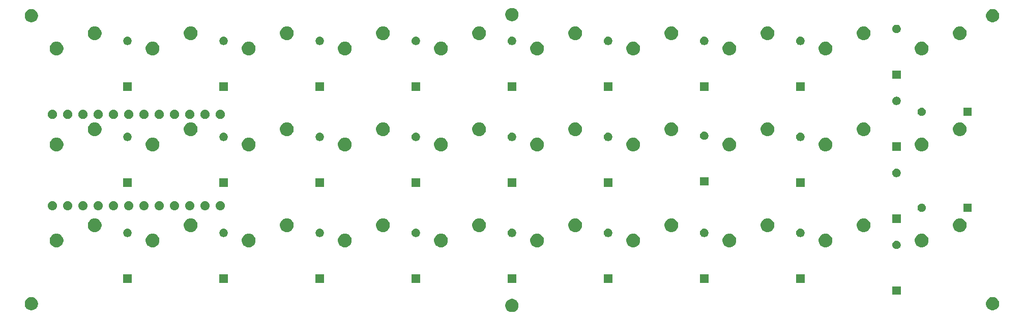
<source format=gbr>
G04 #@! TF.GenerationSoftware,KiCad,Pcbnew,(5.1.5)-3*
G04 #@! TF.CreationDate,2021-03-06T02:12:17+09:00*
G04 #@! TF.ProjectId,Kleine Gherkin,4b6c6569-6e65-4204-9768-65726b696e2e,rev?*
G04 #@! TF.SameCoordinates,Original*
G04 #@! TF.FileFunction,Soldermask,Top*
G04 #@! TF.FilePolarity,Negative*
%FSLAX46Y46*%
G04 Gerber Fmt 4.6, Leading zero omitted, Abs format (unit mm)*
G04 Created by KiCad (PCBNEW (5.1.5)-3) date 2021-03-06 02:12:17*
%MOMM*%
%LPD*%
G04 APERTURE LIST*
%ADD10C,0.100000*%
G04 APERTURE END LIST*
D10*
G36*
X113320857Y-81242272D02*
G01*
X113521043Y-81325192D01*
X113521045Y-81325193D01*
X113611738Y-81385792D01*
X113701208Y-81445574D01*
X113854426Y-81598792D01*
X113974808Y-81778957D01*
X114057728Y-81979143D01*
X114100000Y-82191658D01*
X114100000Y-82408342D01*
X114057728Y-82620857D01*
X113974808Y-82821043D01*
X113872067Y-82974807D01*
X113854425Y-83001209D01*
X113701209Y-83154425D01*
X113521045Y-83274807D01*
X113521044Y-83274808D01*
X113521043Y-83274808D01*
X113320857Y-83357728D01*
X113108342Y-83400000D01*
X112891658Y-83400000D01*
X112679143Y-83357728D01*
X112478957Y-83274808D01*
X112478956Y-83274808D01*
X112478955Y-83274807D01*
X112298791Y-83154425D01*
X112145575Y-83001209D01*
X112127934Y-82974807D01*
X112025192Y-82821043D01*
X111942272Y-82620857D01*
X111900000Y-82408342D01*
X111900000Y-82191658D01*
X111942272Y-81979143D01*
X112025192Y-81778957D01*
X112145574Y-81598792D01*
X112298792Y-81445574D01*
X112388262Y-81385792D01*
X112478955Y-81325193D01*
X112478957Y-81325192D01*
X112679143Y-81242272D01*
X112891658Y-81200000D01*
X113108342Y-81200000D01*
X113320857Y-81242272D01*
G37*
G36*
X193320857Y-80942272D02*
G01*
X193521043Y-81025192D01*
X193521045Y-81025193D01*
X193611738Y-81085792D01*
X193701208Y-81145574D01*
X193854426Y-81298792D01*
X193974808Y-81478957D01*
X194057728Y-81679143D01*
X194100000Y-81891658D01*
X194100000Y-82108342D01*
X194057728Y-82320857D01*
X194021490Y-82408342D01*
X193974807Y-82521045D01*
X193854425Y-82701209D01*
X193701209Y-82854425D01*
X193521045Y-82974807D01*
X193521044Y-82974808D01*
X193521043Y-82974808D01*
X193320857Y-83057728D01*
X193108342Y-83100000D01*
X192891658Y-83100000D01*
X192679143Y-83057728D01*
X192478957Y-82974808D01*
X192478956Y-82974808D01*
X192478955Y-82974807D01*
X192298791Y-82854425D01*
X192145575Y-82701209D01*
X192025193Y-82521045D01*
X191978510Y-82408342D01*
X191942272Y-82320857D01*
X191900000Y-82108342D01*
X191900000Y-81891658D01*
X191942272Y-81679143D01*
X192025192Y-81478957D01*
X192145574Y-81298792D01*
X192298792Y-81145574D01*
X192388262Y-81085792D01*
X192478955Y-81025193D01*
X192478957Y-81025192D01*
X192679143Y-80942272D01*
X192891658Y-80900000D01*
X193108342Y-80900000D01*
X193320857Y-80942272D01*
G37*
G36*
X33320857Y-80942272D02*
G01*
X33521043Y-81025192D01*
X33521045Y-81025193D01*
X33611738Y-81085792D01*
X33701208Y-81145574D01*
X33854426Y-81298792D01*
X33974808Y-81478957D01*
X34057728Y-81679143D01*
X34100000Y-81891658D01*
X34100000Y-82108342D01*
X34057728Y-82320857D01*
X34021490Y-82408342D01*
X33974807Y-82521045D01*
X33854425Y-82701209D01*
X33701209Y-82854425D01*
X33521045Y-82974807D01*
X33521044Y-82974808D01*
X33521043Y-82974808D01*
X33320857Y-83057728D01*
X33108342Y-83100000D01*
X32891658Y-83100000D01*
X32679143Y-83057728D01*
X32478957Y-82974808D01*
X32478956Y-82974808D01*
X32478955Y-82974807D01*
X32298791Y-82854425D01*
X32145575Y-82701209D01*
X32025193Y-82521045D01*
X31978510Y-82408342D01*
X31942272Y-82320857D01*
X31900000Y-82108342D01*
X31900000Y-81891658D01*
X31942272Y-81679143D01*
X32025192Y-81478957D01*
X32145574Y-81298792D01*
X32298792Y-81145574D01*
X32388262Y-81085792D01*
X32478955Y-81025193D01*
X32478957Y-81025192D01*
X32679143Y-80942272D01*
X32891658Y-80900000D01*
X33108342Y-80900000D01*
X33320857Y-80942272D01*
G37*
G36*
X177698500Y-80508500D02*
G01*
X176301500Y-80508500D01*
X176301500Y-79111500D01*
X177698500Y-79111500D01*
X177698500Y-80508500D01*
G37*
G36*
X129698500Y-78508500D02*
G01*
X128301500Y-78508500D01*
X128301500Y-77111500D01*
X129698500Y-77111500D01*
X129698500Y-78508500D01*
G37*
G36*
X49698500Y-78508500D02*
G01*
X48301500Y-78508500D01*
X48301500Y-77111500D01*
X49698500Y-77111500D01*
X49698500Y-78508500D01*
G37*
G36*
X145698500Y-78508500D02*
G01*
X144301500Y-78508500D01*
X144301500Y-77111500D01*
X145698500Y-77111500D01*
X145698500Y-78508500D01*
G37*
G36*
X113698500Y-78508500D02*
G01*
X112301500Y-78508500D01*
X112301500Y-77111500D01*
X113698500Y-77111500D01*
X113698500Y-78508500D01*
G37*
G36*
X65698500Y-78508500D02*
G01*
X64301500Y-78508500D01*
X64301500Y-77111500D01*
X65698500Y-77111500D01*
X65698500Y-78508500D01*
G37*
G36*
X161698500Y-78508500D02*
G01*
X160301500Y-78508500D01*
X160301500Y-77111500D01*
X161698500Y-77111500D01*
X161698500Y-78508500D01*
G37*
G36*
X97698500Y-78508500D02*
G01*
X96301500Y-78508500D01*
X96301500Y-77111500D01*
X97698500Y-77111500D01*
X97698500Y-78508500D01*
G37*
G36*
X81698500Y-78508500D02*
G01*
X80301500Y-78508500D01*
X80301500Y-77111500D01*
X81698500Y-77111500D01*
X81698500Y-78508500D01*
G37*
G36*
X177203745Y-71518342D02*
G01*
X177330862Y-71570996D01*
X177330864Y-71570997D01*
X177445268Y-71647439D01*
X177542561Y-71744732D01*
X177575080Y-71793401D01*
X177619004Y-71859138D01*
X177671658Y-71986255D01*
X177698500Y-72121202D01*
X177698500Y-72258798D01*
X177671658Y-72393745D01*
X177619004Y-72520862D01*
X177619003Y-72520864D01*
X177542561Y-72635268D01*
X177445268Y-72732561D01*
X177330864Y-72809003D01*
X177330863Y-72809004D01*
X177330862Y-72809004D01*
X177203745Y-72861658D01*
X177068798Y-72888500D01*
X176931202Y-72888500D01*
X176796255Y-72861658D01*
X176669138Y-72809004D01*
X176669137Y-72809004D01*
X176669136Y-72809003D01*
X176554732Y-72732561D01*
X176457439Y-72635268D01*
X176380997Y-72520864D01*
X176380996Y-72520862D01*
X176328342Y-72393745D01*
X176301500Y-72258798D01*
X176301500Y-72121202D01*
X176328342Y-71986255D01*
X176380996Y-71859138D01*
X176424920Y-71793401D01*
X176457439Y-71744732D01*
X176554732Y-71647439D01*
X176669136Y-71570997D01*
X176669138Y-71570996D01*
X176796255Y-71518342D01*
X176931202Y-71491500D01*
X177068798Y-71491500D01*
X177203745Y-71518342D01*
G37*
G36*
X149412989Y-70338963D02*
G01*
X149523401Y-70360925D01*
X149602635Y-70393745D01*
X149731412Y-70447086D01*
X149731413Y-70447087D01*
X149918620Y-70572174D01*
X150077826Y-70731380D01*
X150129692Y-70809004D01*
X150202914Y-70918588D01*
X150289075Y-71126600D01*
X150333000Y-71347423D01*
X150333000Y-71572577D01*
X150289075Y-71793400D01*
X150202914Y-72001412D01*
X150202913Y-72001413D01*
X150077826Y-72188620D01*
X149918620Y-72347826D01*
X149849897Y-72393745D01*
X149731412Y-72472914D01*
X149615655Y-72520862D01*
X149523401Y-72559075D01*
X149412988Y-72581038D01*
X149302577Y-72603000D01*
X149077423Y-72603000D01*
X148967012Y-72581038D01*
X148856599Y-72559075D01*
X148764345Y-72520862D01*
X148648588Y-72472914D01*
X148530103Y-72393745D01*
X148461380Y-72347826D01*
X148302174Y-72188620D01*
X148177087Y-72001413D01*
X148177086Y-72001412D01*
X148090925Y-71793400D01*
X148047000Y-71572577D01*
X148047000Y-71347423D01*
X148090925Y-71126600D01*
X148177086Y-70918588D01*
X148250308Y-70809004D01*
X148302174Y-70731380D01*
X148461380Y-70572174D01*
X148648587Y-70447087D01*
X148648588Y-70447086D01*
X148777365Y-70393745D01*
X148856599Y-70360925D01*
X148967011Y-70338963D01*
X149077423Y-70317000D01*
X149302577Y-70317000D01*
X149412989Y-70338963D01*
G37*
G36*
X85412989Y-70338963D02*
G01*
X85523401Y-70360925D01*
X85602635Y-70393745D01*
X85731412Y-70447086D01*
X85731413Y-70447087D01*
X85918620Y-70572174D01*
X86077826Y-70731380D01*
X86129692Y-70809004D01*
X86202914Y-70918588D01*
X86289075Y-71126600D01*
X86333000Y-71347423D01*
X86333000Y-71572577D01*
X86289075Y-71793400D01*
X86202914Y-72001412D01*
X86202913Y-72001413D01*
X86077826Y-72188620D01*
X85918620Y-72347826D01*
X85849897Y-72393745D01*
X85731412Y-72472914D01*
X85615655Y-72520862D01*
X85523401Y-72559075D01*
X85412988Y-72581038D01*
X85302577Y-72603000D01*
X85077423Y-72603000D01*
X84967012Y-72581038D01*
X84856599Y-72559075D01*
X84764345Y-72520862D01*
X84648588Y-72472914D01*
X84530103Y-72393745D01*
X84461380Y-72347826D01*
X84302174Y-72188620D01*
X84177087Y-72001413D01*
X84177086Y-72001412D01*
X84090925Y-71793400D01*
X84047000Y-71572577D01*
X84047000Y-71347423D01*
X84090925Y-71126600D01*
X84177086Y-70918588D01*
X84250308Y-70809004D01*
X84302174Y-70731380D01*
X84461380Y-70572174D01*
X84648587Y-70447087D01*
X84648588Y-70447086D01*
X84777365Y-70393745D01*
X84856599Y-70360925D01*
X84967011Y-70338963D01*
X85077423Y-70317000D01*
X85302577Y-70317000D01*
X85412989Y-70338963D01*
G37*
G36*
X165412989Y-70338963D02*
G01*
X165523401Y-70360925D01*
X165602635Y-70393745D01*
X165731412Y-70447086D01*
X165731413Y-70447087D01*
X165918620Y-70572174D01*
X166077826Y-70731380D01*
X166129692Y-70809004D01*
X166202914Y-70918588D01*
X166289075Y-71126600D01*
X166333000Y-71347423D01*
X166333000Y-71572577D01*
X166289075Y-71793400D01*
X166202914Y-72001412D01*
X166202913Y-72001413D01*
X166077826Y-72188620D01*
X165918620Y-72347826D01*
X165849897Y-72393745D01*
X165731412Y-72472914D01*
X165615655Y-72520862D01*
X165523401Y-72559075D01*
X165412988Y-72581038D01*
X165302577Y-72603000D01*
X165077423Y-72603000D01*
X164967012Y-72581038D01*
X164856599Y-72559075D01*
X164764345Y-72520862D01*
X164648588Y-72472914D01*
X164530103Y-72393745D01*
X164461380Y-72347826D01*
X164302174Y-72188620D01*
X164177087Y-72001413D01*
X164177086Y-72001412D01*
X164090925Y-71793400D01*
X164047000Y-71572577D01*
X164047000Y-71347423D01*
X164090925Y-71126600D01*
X164177086Y-70918588D01*
X164250308Y-70809004D01*
X164302174Y-70731380D01*
X164461380Y-70572174D01*
X164648587Y-70447087D01*
X164648588Y-70447086D01*
X164777365Y-70393745D01*
X164856599Y-70360925D01*
X164967011Y-70338963D01*
X165077423Y-70317000D01*
X165302577Y-70317000D01*
X165412989Y-70338963D01*
G37*
G36*
X181412989Y-70338963D02*
G01*
X181523401Y-70360925D01*
X181602635Y-70393745D01*
X181731412Y-70447086D01*
X181731413Y-70447087D01*
X181918620Y-70572174D01*
X182077826Y-70731380D01*
X182129692Y-70809004D01*
X182202914Y-70918588D01*
X182289075Y-71126600D01*
X182333000Y-71347423D01*
X182333000Y-71572577D01*
X182289075Y-71793400D01*
X182202914Y-72001412D01*
X182202913Y-72001413D01*
X182077826Y-72188620D01*
X181918620Y-72347826D01*
X181849897Y-72393745D01*
X181731412Y-72472914D01*
X181615655Y-72520862D01*
X181523401Y-72559075D01*
X181412988Y-72581038D01*
X181302577Y-72603000D01*
X181077423Y-72603000D01*
X180967012Y-72581038D01*
X180856599Y-72559075D01*
X180764345Y-72520862D01*
X180648588Y-72472914D01*
X180530103Y-72393745D01*
X180461380Y-72347826D01*
X180302174Y-72188620D01*
X180177087Y-72001413D01*
X180177086Y-72001412D01*
X180090925Y-71793400D01*
X180047000Y-71572577D01*
X180047000Y-71347423D01*
X180090925Y-71126600D01*
X180177086Y-70918588D01*
X180250308Y-70809004D01*
X180302174Y-70731380D01*
X180461380Y-70572174D01*
X180648587Y-70447087D01*
X180648588Y-70447086D01*
X180777365Y-70393745D01*
X180856599Y-70360925D01*
X180967011Y-70338963D01*
X181077423Y-70317000D01*
X181302577Y-70317000D01*
X181412989Y-70338963D01*
G37*
G36*
X53412989Y-70338963D02*
G01*
X53523401Y-70360925D01*
X53602635Y-70393745D01*
X53731412Y-70447086D01*
X53731413Y-70447087D01*
X53918620Y-70572174D01*
X54077826Y-70731380D01*
X54129692Y-70809004D01*
X54202914Y-70918588D01*
X54289075Y-71126600D01*
X54333000Y-71347423D01*
X54333000Y-71572577D01*
X54289075Y-71793400D01*
X54202914Y-72001412D01*
X54202913Y-72001413D01*
X54077826Y-72188620D01*
X53918620Y-72347826D01*
X53849897Y-72393745D01*
X53731412Y-72472914D01*
X53615655Y-72520862D01*
X53523401Y-72559075D01*
X53412988Y-72581038D01*
X53302577Y-72603000D01*
X53077423Y-72603000D01*
X52967012Y-72581038D01*
X52856599Y-72559075D01*
X52764345Y-72520862D01*
X52648588Y-72472914D01*
X52530103Y-72393745D01*
X52461380Y-72347826D01*
X52302174Y-72188620D01*
X52177087Y-72001413D01*
X52177086Y-72001412D01*
X52090925Y-71793400D01*
X52047000Y-71572577D01*
X52047000Y-71347423D01*
X52090925Y-71126600D01*
X52177086Y-70918588D01*
X52250308Y-70809004D01*
X52302174Y-70731380D01*
X52461380Y-70572174D01*
X52648587Y-70447087D01*
X52648588Y-70447086D01*
X52777365Y-70393745D01*
X52856599Y-70360925D01*
X52967011Y-70338963D01*
X53077423Y-70317000D01*
X53302577Y-70317000D01*
X53412989Y-70338963D01*
G37*
G36*
X133412989Y-70338963D02*
G01*
X133523401Y-70360925D01*
X133602635Y-70393745D01*
X133731412Y-70447086D01*
X133731413Y-70447087D01*
X133918620Y-70572174D01*
X134077826Y-70731380D01*
X134129692Y-70809004D01*
X134202914Y-70918588D01*
X134289075Y-71126600D01*
X134333000Y-71347423D01*
X134333000Y-71572577D01*
X134289075Y-71793400D01*
X134202914Y-72001412D01*
X134202913Y-72001413D01*
X134077826Y-72188620D01*
X133918620Y-72347826D01*
X133849897Y-72393745D01*
X133731412Y-72472914D01*
X133615655Y-72520862D01*
X133523401Y-72559075D01*
X133412988Y-72581038D01*
X133302577Y-72603000D01*
X133077423Y-72603000D01*
X132967012Y-72581038D01*
X132856599Y-72559075D01*
X132764345Y-72520862D01*
X132648588Y-72472914D01*
X132530103Y-72393745D01*
X132461380Y-72347826D01*
X132302174Y-72188620D01*
X132177087Y-72001413D01*
X132177086Y-72001412D01*
X132090925Y-71793400D01*
X132047000Y-71572577D01*
X132047000Y-71347423D01*
X132090925Y-71126600D01*
X132177086Y-70918588D01*
X132250308Y-70809004D01*
X132302174Y-70731380D01*
X132461380Y-70572174D01*
X132648587Y-70447087D01*
X132648588Y-70447086D01*
X132777365Y-70393745D01*
X132856599Y-70360925D01*
X132967011Y-70338963D01*
X133077423Y-70317000D01*
X133302577Y-70317000D01*
X133412989Y-70338963D01*
G37*
G36*
X37412989Y-70338963D02*
G01*
X37523401Y-70360925D01*
X37602635Y-70393745D01*
X37731412Y-70447086D01*
X37731413Y-70447087D01*
X37918620Y-70572174D01*
X38077826Y-70731380D01*
X38129692Y-70809004D01*
X38202914Y-70918588D01*
X38289075Y-71126600D01*
X38333000Y-71347423D01*
X38333000Y-71572577D01*
X38289075Y-71793400D01*
X38202914Y-72001412D01*
X38202913Y-72001413D01*
X38077826Y-72188620D01*
X37918620Y-72347826D01*
X37849897Y-72393745D01*
X37731412Y-72472914D01*
X37615655Y-72520862D01*
X37523401Y-72559075D01*
X37412988Y-72581038D01*
X37302577Y-72603000D01*
X37077423Y-72603000D01*
X36967012Y-72581038D01*
X36856599Y-72559075D01*
X36764345Y-72520862D01*
X36648588Y-72472914D01*
X36530103Y-72393745D01*
X36461380Y-72347826D01*
X36302174Y-72188620D01*
X36177087Y-72001413D01*
X36177086Y-72001412D01*
X36090925Y-71793400D01*
X36047000Y-71572577D01*
X36047000Y-71347423D01*
X36090925Y-71126600D01*
X36177086Y-70918588D01*
X36250308Y-70809004D01*
X36302174Y-70731380D01*
X36461380Y-70572174D01*
X36648587Y-70447087D01*
X36648588Y-70447086D01*
X36777365Y-70393745D01*
X36856599Y-70360925D01*
X36967011Y-70338963D01*
X37077423Y-70317000D01*
X37302577Y-70317000D01*
X37412989Y-70338963D01*
G37*
G36*
X117412989Y-70338963D02*
G01*
X117523401Y-70360925D01*
X117602635Y-70393745D01*
X117731412Y-70447086D01*
X117731413Y-70447087D01*
X117918620Y-70572174D01*
X118077826Y-70731380D01*
X118129692Y-70809004D01*
X118202914Y-70918588D01*
X118289075Y-71126600D01*
X118333000Y-71347423D01*
X118333000Y-71572577D01*
X118289075Y-71793400D01*
X118202914Y-72001412D01*
X118202913Y-72001413D01*
X118077826Y-72188620D01*
X117918620Y-72347826D01*
X117849897Y-72393745D01*
X117731412Y-72472914D01*
X117615655Y-72520862D01*
X117523401Y-72559075D01*
X117412988Y-72581038D01*
X117302577Y-72603000D01*
X117077423Y-72603000D01*
X116967012Y-72581038D01*
X116856599Y-72559075D01*
X116764345Y-72520862D01*
X116648588Y-72472914D01*
X116530103Y-72393745D01*
X116461380Y-72347826D01*
X116302174Y-72188620D01*
X116177087Y-72001413D01*
X116177086Y-72001412D01*
X116090925Y-71793400D01*
X116047000Y-71572577D01*
X116047000Y-71347423D01*
X116090925Y-71126600D01*
X116177086Y-70918588D01*
X116250308Y-70809004D01*
X116302174Y-70731380D01*
X116461380Y-70572174D01*
X116648587Y-70447087D01*
X116648588Y-70447086D01*
X116777365Y-70393745D01*
X116856599Y-70360925D01*
X116967011Y-70338963D01*
X117077423Y-70317000D01*
X117302577Y-70317000D01*
X117412989Y-70338963D01*
G37*
G36*
X101412989Y-70338963D02*
G01*
X101523401Y-70360925D01*
X101602635Y-70393745D01*
X101731412Y-70447086D01*
X101731413Y-70447087D01*
X101918620Y-70572174D01*
X102077826Y-70731380D01*
X102129692Y-70809004D01*
X102202914Y-70918588D01*
X102289075Y-71126600D01*
X102333000Y-71347423D01*
X102333000Y-71572577D01*
X102289075Y-71793400D01*
X102202914Y-72001412D01*
X102202913Y-72001413D01*
X102077826Y-72188620D01*
X101918620Y-72347826D01*
X101849897Y-72393745D01*
X101731412Y-72472914D01*
X101615655Y-72520862D01*
X101523401Y-72559075D01*
X101412988Y-72581038D01*
X101302577Y-72603000D01*
X101077423Y-72603000D01*
X100967012Y-72581038D01*
X100856599Y-72559075D01*
X100764345Y-72520862D01*
X100648588Y-72472914D01*
X100530103Y-72393745D01*
X100461380Y-72347826D01*
X100302174Y-72188620D01*
X100177087Y-72001413D01*
X100177086Y-72001412D01*
X100090925Y-71793400D01*
X100047000Y-71572577D01*
X100047000Y-71347423D01*
X100090925Y-71126600D01*
X100177086Y-70918588D01*
X100250308Y-70809004D01*
X100302174Y-70731380D01*
X100461380Y-70572174D01*
X100648587Y-70447087D01*
X100648588Y-70447086D01*
X100777365Y-70393745D01*
X100856599Y-70360925D01*
X100967011Y-70338963D01*
X101077423Y-70317000D01*
X101302577Y-70317000D01*
X101412989Y-70338963D01*
G37*
G36*
X69412989Y-70338963D02*
G01*
X69523401Y-70360925D01*
X69602635Y-70393745D01*
X69731412Y-70447086D01*
X69731413Y-70447087D01*
X69918620Y-70572174D01*
X70077826Y-70731380D01*
X70129692Y-70809004D01*
X70202914Y-70918588D01*
X70289075Y-71126600D01*
X70333000Y-71347423D01*
X70333000Y-71572577D01*
X70289075Y-71793400D01*
X70202914Y-72001412D01*
X70202913Y-72001413D01*
X70077826Y-72188620D01*
X69918620Y-72347826D01*
X69849897Y-72393745D01*
X69731412Y-72472914D01*
X69615655Y-72520862D01*
X69523401Y-72559075D01*
X69412988Y-72581038D01*
X69302577Y-72603000D01*
X69077423Y-72603000D01*
X68967012Y-72581038D01*
X68856599Y-72559075D01*
X68764345Y-72520862D01*
X68648588Y-72472914D01*
X68530103Y-72393745D01*
X68461380Y-72347826D01*
X68302174Y-72188620D01*
X68177087Y-72001413D01*
X68177086Y-72001412D01*
X68090925Y-71793400D01*
X68047000Y-71572577D01*
X68047000Y-71347423D01*
X68090925Y-71126600D01*
X68177086Y-70918588D01*
X68250308Y-70809004D01*
X68302174Y-70731380D01*
X68461380Y-70572174D01*
X68648587Y-70447087D01*
X68648588Y-70447086D01*
X68777365Y-70393745D01*
X68856599Y-70360925D01*
X68967011Y-70338963D01*
X69077423Y-70317000D01*
X69302577Y-70317000D01*
X69412989Y-70338963D01*
G37*
G36*
X97203745Y-69518342D02*
G01*
X97330862Y-69570996D01*
X97330864Y-69570997D01*
X97445268Y-69647439D01*
X97542561Y-69744732D01*
X97619003Y-69859136D01*
X97619004Y-69859138D01*
X97671658Y-69986255D01*
X97698500Y-70121202D01*
X97698500Y-70258798D01*
X97671658Y-70393745D01*
X97619004Y-70520862D01*
X97619003Y-70520864D01*
X97542561Y-70635268D01*
X97445268Y-70732561D01*
X97330864Y-70809003D01*
X97330863Y-70809004D01*
X97330862Y-70809004D01*
X97203745Y-70861658D01*
X97068798Y-70888500D01*
X96931202Y-70888500D01*
X96796255Y-70861658D01*
X96669138Y-70809004D01*
X96669137Y-70809004D01*
X96669136Y-70809003D01*
X96554732Y-70732561D01*
X96457439Y-70635268D01*
X96380997Y-70520864D01*
X96380996Y-70520862D01*
X96328342Y-70393745D01*
X96301500Y-70258798D01*
X96301500Y-70121202D01*
X96328342Y-69986255D01*
X96380996Y-69859138D01*
X96380997Y-69859136D01*
X96457439Y-69744732D01*
X96554732Y-69647439D01*
X96669136Y-69570997D01*
X96669138Y-69570996D01*
X96796255Y-69518342D01*
X96931202Y-69491500D01*
X97068798Y-69491500D01*
X97203745Y-69518342D01*
G37*
G36*
X81203745Y-69518342D02*
G01*
X81330862Y-69570996D01*
X81330864Y-69570997D01*
X81445268Y-69647439D01*
X81542561Y-69744732D01*
X81619003Y-69859136D01*
X81619004Y-69859138D01*
X81671658Y-69986255D01*
X81698500Y-70121202D01*
X81698500Y-70258798D01*
X81671658Y-70393745D01*
X81619004Y-70520862D01*
X81619003Y-70520864D01*
X81542561Y-70635268D01*
X81445268Y-70732561D01*
X81330864Y-70809003D01*
X81330863Y-70809004D01*
X81330862Y-70809004D01*
X81203745Y-70861658D01*
X81068798Y-70888500D01*
X80931202Y-70888500D01*
X80796255Y-70861658D01*
X80669138Y-70809004D01*
X80669137Y-70809004D01*
X80669136Y-70809003D01*
X80554732Y-70732561D01*
X80457439Y-70635268D01*
X80380997Y-70520864D01*
X80380996Y-70520862D01*
X80328342Y-70393745D01*
X80301500Y-70258798D01*
X80301500Y-70121202D01*
X80328342Y-69986255D01*
X80380996Y-69859138D01*
X80380997Y-69859136D01*
X80457439Y-69744732D01*
X80554732Y-69647439D01*
X80669136Y-69570997D01*
X80669138Y-69570996D01*
X80796255Y-69518342D01*
X80931202Y-69491500D01*
X81068798Y-69491500D01*
X81203745Y-69518342D01*
G37*
G36*
X161203745Y-69518342D02*
G01*
X161330862Y-69570996D01*
X161330864Y-69570997D01*
X161445268Y-69647439D01*
X161542561Y-69744732D01*
X161619003Y-69859136D01*
X161619004Y-69859138D01*
X161671658Y-69986255D01*
X161698500Y-70121202D01*
X161698500Y-70258798D01*
X161671658Y-70393745D01*
X161619004Y-70520862D01*
X161619003Y-70520864D01*
X161542561Y-70635268D01*
X161445268Y-70732561D01*
X161330864Y-70809003D01*
X161330863Y-70809004D01*
X161330862Y-70809004D01*
X161203745Y-70861658D01*
X161068798Y-70888500D01*
X160931202Y-70888500D01*
X160796255Y-70861658D01*
X160669138Y-70809004D01*
X160669137Y-70809004D01*
X160669136Y-70809003D01*
X160554732Y-70732561D01*
X160457439Y-70635268D01*
X160380997Y-70520864D01*
X160380996Y-70520862D01*
X160328342Y-70393745D01*
X160301500Y-70258798D01*
X160301500Y-70121202D01*
X160328342Y-69986255D01*
X160380996Y-69859138D01*
X160380997Y-69859136D01*
X160457439Y-69744732D01*
X160554732Y-69647439D01*
X160669136Y-69570997D01*
X160669138Y-69570996D01*
X160796255Y-69518342D01*
X160931202Y-69491500D01*
X161068798Y-69491500D01*
X161203745Y-69518342D01*
G37*
G36*
X145203745Y-69518342D02*
G01*
X145330862Y-69570996D01*
X145330864Y-69570997D01*
X145445268Y-69647439D01*
X145542561Y-69744732D01*
X145619003Y-69859136D01*
X145619004Y-69859138D01*
X145671658Y-69986255D01*
X145698500Y-70121202D01*
X145698500Y-70258798D01*
X145671658Y-70393745D01*
X145619004Y-70520862D01*
X145619003Y-70520864D01*
X145542561Y-70635268D01*
X145445268Y-70732561D01*
X145330864Y-70809003D01*
X145330863Y-70809004D01*
X145330862Y-70809004D01*
X145203745Y-70861658D01*
X145068798Y-70888500D01*
X144931202Y-70888500D01*
X144796255Y-70861658D01*
X144669138Y-70809004D01*
X144669137Y-70809004D01*
X144669136Y-70809003D01*
X144554732Y-70732561D01*
X144457439Y-70635268D01*
X144380997Y-70520864D01*
X144380996Y-70520862D01*
X144328342Y-70393745D01*
X144301500Y-70258798D01*
X144301500Y-70121202D01*
X144328342Y-69986255D01*
X144380996Y-69859138D01*
X144380997Y-69859136D01*
X144457439Y-69744732D01*
X144554732Y-69647439D01*
X144669136Y-69570997D01*
X144669138Y-69570996D01*
X144796255Y-69518342D01*
X144931202Y-69491500D01*
X145068798Y-69491500D01*
X145203745Y-69518342D01*
G37*
G36*
X65203745Y-69518342D02*
G01*
X65330862Y-69570996D01*
X65330864Y-69570997D01*
X65445268Y-69647439D01*
X65542561Y-69744732D01*
X65619003Y-69859136D01*
X65619004Y-69859138D01*
X65671658Y-69986255D01*
X65698500Y-70121202D01*
X65698500Y-70258798D01*
X65671658Y-70393745D01*
X65619004Y-70520862D01*
X65619003Y-70520864D01*
X65542561Y-70635268D01*
X65445268Y-70732561D01*
X65330864Y-70809003D01*
X65330863Y-70809004D01*
X65330862Y-70809004D01*
X65203745Y-70861658D01*
X65068798Y-70888500D01*
X64931202Y-70888500D01*
X64796255Y-70861658D01*
X64669138Y-70809004D01*
X64669137Y-70809004D01*
X64669136Y-70809003D01*
X64554732Y-70732561D01*
X64457439Y-70635268D01*
X64380997Y-70520864D01*
X64380996Y-70520862D01*
X64328342Y-70393745D01*
X64301500Y-70258798D01*
X64301500Y-70121202D01*
X64328342Y-69986255D01*
X64380996Y-69859138D01*
X64380997Y-69859136D01*
X64457439Y-69744732D01*
X64554732Y-69647439D01*
X64669136Y-69570997D01*
X64669138Y-69570996D01*
X64796255Y-69518342D01*
X64931202Y-69491500D01*
X65068798Y-69491500D01*
X65203745Y-69518342D01*
G37*
G36*
X49203745Y-69518342D02*
G01*
X49330862Y-69570996D01*
X49330864Y-69570997D01*
X49445268Y-69647439D01*
X49542561Y-69744732D01*
X49619003Y-69859136D01*
X49619004Y-69859138D01*
X49671658Y-69986255D01*
X49698500Y-70121202D01*
X49698500Y-70258798D01*
X49671658Y-70393745D01*
X49619004Y-70520862D01*
X49619003Y-70520864D01*
X49542561Y-70635268D01*
X49445268Y-70732561D01*
X49330864Y-70809003D01*
X49330863Y-70809004D01*
X49330862Y-70809004D01*
X49203745Y-70861658D01*
X49068798Y-70888500D01*
X48931202Y-70888500D01*
X48796255Y-70861658D01*
X48669138Y-70809004D01*
X48669137Y-70809004D01*
X48669136Y-70809003D01*
X48554732Y-70732561D01*
X48457439Y-70635268D01*
X48380997Y-70520864D01*
X48380996Y-70520862D01*
X48328342Y-70393745D01*
X48301500Y-70258798D01*
X48301500Y-70121202D01*
X48328342Y-69986255D01*
X48380996Y-69859138D01*
X48380997Y-69859136D01*
X48457439Y-69744732D01*
X48554732Y-69647439D01*
X48669136Y-69570997D01*
X48669138Y-69570996D01*
X48796255Y-69518342D01*
X48931202Y-69491500D01*
X49068798Y-69491500D01*
X49203745Y-69518342D01*
G37*
G36*
X113203745Y-69518342D02*
G01*
X113330862Y-69570996D01*
X113330864Y-69570997D01*
X113445268Y-69647439D01*
X113542561Y-69744732D01*
X113619003Y-69859136D01*
X113619004Y-69859138D01*
X113671658Y-69986255D01*
X113698500Y-70121202D01*
X113698500Y-70258798D01*
X113671658Y-70393745D01*
X113619004Y-70520862D01*
X113619003Y-70520864D01*
X113542561Y-70635268D01*
X113445268Y-70732561D01*
X113330864Y-70809003D01*
X113330863Y-70809004D01*
X113330862Y-70809004D01*
X113203745Y-70861658D01*
X113068798Y-70888500D01*
X112931202Y-70888500D01*
X112796255Y-70861658D01*
X112669138Y-70809004D01*
X112669137Y-70809004D01*
X112669136Y-70809003D01*
X112554732Y-70732561D01*
X112457439Y-70635268D01*
X112380997Y-70520864D01*
X112380996Y-70520862D01*
X112328342Y-70393745D01*
X112301500Y-70258798D01*
X112301500Y-70121202D01*
X112328342Y-69986255D01*
X112380996Y-69859138D01*
X112380997Y-69859136D01*
X112457439Y-69744732D01*
X112554732Y-69647439D01*
X112669136Y-69570997D01*
X112669138Y-69570996D01*
X112796255Y-69518342D01*
X112931202Y-69491500D01*
X113068798Y-69491500D01*
X113203745Y-69518342D01*
G37*
G36*
X129203745Y-69518342D02*
G01*
X129330862Y-69570996D01*
X129330864Y-69570997D01*
X129445268Y-69647439D01*
X129542561Y-69744732D01*
X129619003Y-69859136D01*
X129619004Y-69859138D01*
X129671658Y-69986255D01*
X129698500Y-70121202D01*
X129698500Y-70258798D01*
X129671658Y-70393745D01*
X129619004Y-70520862D01*
X129619003Y-70520864D01*
X129542561Y-70635268D01*
X129445268Y-70732561D01*
X129330864Y-70809003D01*
X129330863Y-70809004D01*
X129330862Y-70809004D01*
X129203745Y-70861658D01*
X129068798Y-70888500D01*
X128931202Y-70888500D01*
X128796255Y-70861658D01*
X128669138Y-70809004D01*
X128669137Y-70809004D01*
X128669136Y-70809003D01*
X128554732Y-70732561D01*
X128457439Y-70635268D01*
X128380997Y-70520864D01*
X128380996Y-70520862D01*
X128328342Y-70393745D01*
X128301500Y-70258798D01*
X128301500Y-70121202D01*
X128328342Y-69986255D01*
X128380996Y-69859138D01*
X128380997Y-69859136D01*
X128457439Y-69744732D01*
X128554732Y-69647439D01*
X128669136Y-69570997D01*
X128669138Y-69570996D01*
X128796255Y-69518342D01*
X128931202Y-69491500D01*
X129068798Y-69491500D01*
X129203745Y-69518342D01*
G37*
G36*
X139762988Y-67798962D02*
G01*
X139873401Y-67820925D01*
X139959562Y-67856614D01*
X140081412Y-67907086D01*
X140081413Y-67907087D01*
X140268620Y-68032174D01*
X140427826Y-68191380D01*
X140511407Y-68316468D01*
X140552914Y-68378588D01*
X140639075Y-68586600D01*
X140683000Y-68807423D01*
X140683000Y-69032577D01*
X140639075Y-69253400D01*
X140552914Y-69461412D01*
X140514874Y-69518343D01*
X140427826Y-69648620D01*
X140268620Y-69807826D01*
X140143532Y-69891407D01*
X140081412Y-69932914D01*
X139959562Y-69983386D01*
X139873401Y-70019075D01*
X139762988Y-70041038D01*
X139652577Y-70063000D01*
X139427423Y-70063000D01*
X139317012Y-70041038D01*
X139206599Y-70019075D01*
X139120438Y-69983386D01*
X138998588Y-69932914D01*
X138936468Y-69891407D01*
X138811380Y-69807826D01*
X138652174Y-69648620D01*
X138565126Y-69518343D01*
X138527086Y-69461412D01*
X138440925Y-69253400D01*
X138397000Y-69032577D01*
X138397000Y-68807423D01*
X138440925Y-68586600D01*
X138527086Y-68378588D01*
X138568593Y-68316468D01*
X138652174Y-68191380D01*
X138811380Y-68032174D01*
X138998587Y-67907087D01*
X138998588Y-67907086D01*
X139120438Y-67856614D01*
X139206599Y-67820925D01*
X139317012Y-67798962D01*
X139427423Y-67777000D01*
X139652577Y-67777000D01*
X139762988Y-67798962D01*
G37*
G36*
X107762988Y-67798962D02*
G01*
X107873401Y-67820925D01*
X107959562Y-67856614D01*
X108081412Y-67907086D01*
X108081413Y-67907087D01*
X108268620Y-68032174D01*
X108427826Y-68191380D01*
X108511407Y-68316468D01*
X108552914Y-68378588D01*
X108639075Y-68586600D01*
X108683000Y-68807423D01*
X108683000Y-69032577D01*
X108639075Y-69253400D01*
X108552914Y-69461412D01*
X108514874Y-69518343D01*
X108427826Y-69648620D01*
X108268620Y-69807826D01*
X108143532Y-69891407D01*
X108081412Y-69932914D01*
X107959562Y-69983386D01*
X107873401Y-70019075D01*
X107762988Y-70041038D01*
X107652577Y-70063000D01*
X107427423Y-70063000D01*
X107317012Y-70041038D01*
X107206599Y-70019075D01*
X107120438Y-69983386D01*
X106998588Y-69932914D01*
X106936468Y-69891407D01*
X106811380Y-69807826D01*
X106652174Y-69648620D01*
X106565126Y-69518343D01*
X106527086Y-69461412D01*
X106440925Y-69253400D01*
X106397000Y-69032577D01*
X106397000Y-68807423D01*
X106440925Y-68586600D01*
X106527086Y-68378588D01*
X106568593Y-68316468D01*
X106652174Y-68191380D01*
X106811380Y-68032174D01*
X106998587Y-67907087D01*
X106998588Y-67907086D01*
X107120438Y-67856614D01*
X107206599Y-67820925D01*
X107317012Y-67798962D01*
X107427423Y-67777000D01*
X107652577Y-67777000D01*
X107762988Y-67798962D01*
G37*
G36*
X123762988Y-67798962D02*
G01*
X123873401Y-67820925D01*
X123959562Y-67856614D01*
X124081412Y-67907086D01*
X124081413Y-67907087D01*
X124268620Y-68032174D01*
X124427826Y-68191380D01*
X124511407Y-68316468D01*
X124552914Y-68378588D01*
X124639075Y-68586600D01*
X124683000Y-68807423D01*
X124683000Y-69032577D01*
X124639075Y-69253400D01*
X124552914Y-69461412D01*
X124514874Y-69518343D01*
X124427826Y-69648620D01*
X124268620Y-69807826D01*
X124143532Y-69891407D01*
X124081412Y-69932914D01*
X123959562Y-69983386D01*
X123873401Y-70019075D01*
X123762988Y-70041038D01*
X123652577Y-70063000D01*
X123427423Y-70063000D01*
X123317012Y-70041038D01*
X123206599Y-70019075D01*
X123120438Y-69983386D01*
X122998588Y-69932914D01*
X122936468Y-69891407D01*
X122811380Y-69807826D01*
X122652174Y-69648620D01*
X122565126Y-69518343D01*
X122527086Y-69461412D01*
X122440925Y-69253400D01*
X122397000Y-69032577D01*
X122397000Y-68807423D01*
X122440925Y-68586600D01*
X122527086Y-68378588D01*
X122568593Y-68316468D01*
X122652174Y-68191380D01*
X122811380Y-68032174D01*
X122998587Y-67907087D01*
X122998588Y-67907086D01*
X123120438Y-67856614D01*
X123206599Y-67820925D01*
X123317012Y-67798962D01*
X123427423Y-67777000D01*
X123652577Y-67777000D01*
X123762988Y-67798962D01*
G37*
G36*
X59762988Y-67798962D02*
G01*
X59873401Y-67820925D01*
X59959562Y-67856614D01*
X60081412Y-67907086D01*
X60081413Y-67907087D01*
X60268620Y-68032174D01*
X60427826Y-68191380D01*
X60511407Y-68316468D01*
X60552914Y-68378588D01*
X60639075Y-68586600D01*
X60683000Y-68807423D01*
X60683000Y-69032577D01*
X60639075Y-69253400D01*
X60552914Y-69461412D01*
X60514874Y-69518343D01*
X60427826Y-69648620D01*
X60268620Y-69807826D01*
X60143532Y-69891407D01*
X60081412Y-69932914D01*
X59959562Y-69983386D01*
X59873401Y-70019075D01*
X59762988Y-70041038D01*
X59652577Y-70063000D01*
X59427423Y-70063000D01*
X59317012Y-70041038D01*
X59206599Y-70019075D01*
X59120438Y-69983386D01*
X58998588Y-69932914D01*
X58936468Y-69891407D01*
X58811380Y-69807826D01*
X58652174Y-69648620D01*
X58565126Y-69518343D01*
X58527086Y-69461412D01*
X58440925Y-69253400D01*
X58397000Y-69032577D01*
X58397000Y-68807423D01*
X58440925Y-68586600D01*
X58527086Y-68378588D01*
X58568593Y-68316468D01*
X58652174Y-68191380D01*
X58811380Y-68032174D01*
X58998587Y-67907087D01*
X58998588Y-67907086D01*
X59120438Y-67856614D01*
X59206599Y-67820925D01*
X59317012Y-67798962D01*
X59427423Y-67777000D01*
X59652577Y-67777000D01*
X59762988Y-67798962D01*
G37*
G36*
X43762988Y-67798962D02*
G01*
X43873401Y-67820925D01*
X43959562Y-67856614D01*
X44081412Y-67907086D01*
X44081413Y-67907087D01*
X44268620Y-68032174D01*
X44427826Y-68191380D01*
X44511407Y-68316468D01*
X44552914Y-68378588D01*
X44639075Y-68586600D01*
X44683000Y-68807423D01*
X44683000Y-69032577D01*
X44639075Y-69253400D01*
X44552914Y-69461412D01*
X44514874Y-69518343D01*
X44427826Y-69648620D01*
X44268620Y-69807826D01*
X44143532Y-69891407D01*
X44081412Y-69932914D01*
X43959562Y-69983386D01*
X43873401Y-70019075D01*
X43762988Y-70041038D01*
X43652577Y-70063000D01*
X43427423Y-70063000D01*
X43317012Y-70041038D01*
X43206599Y-70019075D01*
X43120438Y-69983386D01*
X42998588Y-69932914D01*
X42936468Y-69891407D01*
X42811380Y-69807826D01*
X42652174Y-69648620D01*
X42565126Y-69518343D01*
X42527086Y-69461412D01*
X42440925Y-69253400D01*
X42397000Y-69032577D01*
X42397000Y-68807423D01*
X42440925Y-68586600D01*
X42527086Y-68378588D01*
X42568593Y-68316468D01*
X42652174Y-68191380D01*
X42811380Y-68032174D01*
X42998587Y-67907087D01*
X42998588Y-67907086D01*
X43120438Y-67856614D01*
X43206599Y-67820925D01*
X43317012Y-67798962D01*
X43427423Y-67777000D01*
X43652577Y-67777000D01*
X43762988Y-67798962D01*
G37*
G36*
X91762988Y-67798962D02*
G01*
X91873401Y-67820925D01*
X91959562Y-67856614D01*
X92081412Y-67907086D01*
X92081413Y-67907087D01*
X92268620Y-68032174D01*
X92427826Y-68191380D01*
X92511407Y-68316468D01*
X92552914Y-68378588D01*
X92639075Y-68586600D01*
X92683000Y-68807423D01*
X92683000Y-69032577D01*
X92639075Y-69253400D01*
X92552914Y-69461412D01*
X92514874Y-69518343D01*
X92427826Y-69648620D01*
X92268620Y-69807826D01*
X92143532Y-69891407D01*
X92081412Y-69932914D01*
X91959562Y-69983386D01*
X91873401Y-70019075D01*
X91762988Y-70041038D01*
X91652577Y-70063000D01*
X91427423Y-70063000D01*
X91317012Y-70041038D01*
X91206599Y-70019075D01*
X91120438Y-69983386D01*
X90998588Y-69932914D01*
X90936468Y-69891407D01*
X90811380Y-69807826D01*
X90652174Y-69648620D01*
X90565126Y-69518343D01*
X90527086Y-69461412D01*
X90440925Y-69253400D01*
X90397000Y-69032577D01*
X90397000Y-68807423D01*
X90440925Y-68586600D01*
X90527086Y-68378588D01*
X90568593Y-68316468D01*
X90652174Y-68191380D01*
X90811380Y-68032174D01*
X90998587Y-67907087D01*
X90998588Y-67907086D01*
X91120438Y-67856614D01*
X91206599Y-67820925D01*
X91317012Y-67798962D01*
X91427423Y-67777000D01*
X91652577Y-67777000D01*
X91762988Y-67798962D01*
G37*
G36*
X171762988Y-67798962D02*
G01*
X171873401Y-67820925D01*
X171959562Y-67856614D01*
X172081412Y-67907086D01*
X172081413Y-67907087D01*
X172268620Y-68032174D01*
X172427826Y-68191380D01*
X172511407Y-68316468D01*
X172552914Y-68378588D01*
X172639075Y-68586600D01*
X172683000Y-68807423D01*
X172683000Y-69032577D01*
X172639075Y-69253400D01*
X172552914Y-69461412D01*
X172514874Y-69518343D01*
X172427826Y-69648620D01*
X172268620Y-69807826D01*
X172143532Y-69891407D01*
X172081412Y-69932914D01*
X171959562Y-69983386D01*
X171873401Y-70019075D01*
X171762988Y-70041038D01*
X171652577Y-70063000D01*
X171427423Y-70063000D01*
X171317012Y-70041038D01*
X171206599Y-70019075D01*
X171120438Y-69983386D01*
X170998588Y-69932914D01*
X170936468Y-69891407D01*
X170811380Y-69807826D01*
X170652174Y-69648620D01*
X170565126Y-69518343D01*
X170527086Y-69461412D01*
X170440925Y-69253400D01*
X170397000Y-69032577D01*
X170397000Y-68807423D01*
X170440925Y-68586600D01*
X170527086Y-68378588D01*
X170568593Y-68316468D01*
X170652174Y-68191380D01*
X170811380Y-68032174D01*
X170998587Y-67907087D01*
X170998588Y-67907086D01*
X171120438Y-67856614D01*
X171206599Y-67820925D01*
X171317012Y-67798962D01*
X171427423Y-67777000D01*
X171652577Y-67777000D01*
X171762988Y-67798962D01*
G37*
G36*
X187762988Y-67798962D02*
G01*
X187873401Y-67820925D01*
X187959562Y-67856614D01*
X188081412Y-67907086D01*
X188081413Y-67907087D01*
X188268620Y-68032174D01*
X188427826Y-68191380D01*
X188511407Y-68316468D01*
X188552914Y-68378588D01*
X188639075Y-68586600D01*
X188683000Y-68807423D01*
X188683000Y-69032577D01*
X188639075Y-69253400D01*
X188552914Y-69461412D01*
X188514874Y-69518343D01*
X188427826Y-69648620D01*
X188268620Y-69807826D01*
X188143532Y-69891407D01*
X188081412Y-69932914D01*
X187959562Y-69983386D01*
X187873401Y-70019075D01*
X187762989Y-70041037D01*
X187652577Y-70063000D01*
X187427423Y-70063000D01*
X187317012Y-70041038D01*
X187206599Y-70019075D01*
X187120438Y-69983386D01*
X186998588Y-69932914D01*
X186936468Y-69891407D01*
X186811380Y-69807826D01*
X186652174Y-69648620D01*
X186565126Y-69518343D01*
X186527086Y-69461412D01*
X186440925Y-69253400D01*
X186397000Y-69032577D01*
X186397000Y-68807423D01*
X186440925Y-68586600D01*
X186527086Y-68378588D01*
X186568593Y-68316468D01*
X186652174Y-68191380D01*
X186811380Y-68032174D01*
X186998587Y-67907087D01*
X186998588Y-67907086D01*
X187120438Y-67856614D01*
X187206599Y-67820925D01*
X187317012Y-67798962D01*
X187427423Y-67777000D01*
X187652577Y-67777000D01*
X187762988Y-67798962D01*
G37*
G36*
X75762988Y-67798962D02*
G01*
X75873401Y-67820925D01*
X75959562Y-67856614D01*
X76081412Y-67907086D01*
X76081413Y-67907087D01*
X76268620Y-68032174D01*
X76427826Y-68191380D01*
X76511407Y-68316468D01*
X76552914Y-68378588D01*
X76639075Y-68586600D01*
X76683000Y-68807423D01*
X76683000Y-69032577D01*
X76639075Y-69253400D01*
X76552914Y-69461412D01*
X76514874Y-69518343D01*
X76427826Y-69648620D01*
X76268620Y-69807826D01*
X76143532Y-69891407D01*
X76081412Y-69932914D01*
X75959562Y-69983386D01*
X75873401Y-70019075D01*
X75762988Y-70041038D01*
X75652577Y-70063000D01*
X75427423Y-70063000D01*
X75317012Y-70041038D01*
X75206599Y-70019075D01*
X75120438Y-69983386D01*
X74998588Y-69932914D01*
X74936468Y-69891407D01*
X74811380Y-69807826D01*
X74652174Y-69648620D01*
X74565126Y-69518343D01*
X74527086Y-69461412D01*
X74440925Y-69253400D01*
X74397000Y-69032577D01*
X74397000Y-68807423D01*
X74440925Y-68586600D01*
X74527086Y-68378588D01*
X74568593Y-68316468D01*
X74652174Y-68191380D01*
X74811380Y-68032174D01*
X74998587Y-67907087D01*
X74998588Y-67907086D01*
X75120438Y-67856614D01*
X75206599Y-67820925D01*
X75317012Y-67798962D01*
X75427423Y-67777000D01*
X75652577Y-67777000D01*
X75762988Y-67798962D01*
G37*
G36*
X155762988Y-67798962D02*
G01*
X155873401Y-67820925D01*
X155959562Y-67856614D01*
X156081412Y-67907086D01*
X156081413Y-67907087D01*
X156268620Y-68032174D01*
X156427826Y-68191380D01*
X156511407Y-68316468D01*
X156552914Y-68378588D01*
X156639075Y-68586600D01*
X156683000Y-68807423D01*
X156683000Y-69032577D01*
X156639075Y-69253400D01*
X156552914Y-69461412D01*
X156514874Y-69518343D01*
X156427826Y-69648620D01*
X156268620Y-69807826D01*
X156143532Y-69891407D01*
X156081412Y-69932914D01*
X155959562Y-69983386D01*
X155873401Y-70019075D01*
X155762988Y-70041038D01*
X155652577Y-70063000D01*
X155427423Y-70063000D01*
X155317012Y-70041038D01*
X155206599Y-70019075D01*
X155120438Y-69983386D01*
X154998588Y-69932914D01*
X154936468Y-69891407D01*
X154811380Y-69807826D01*
X154652174Y-69648620D01*
X154565126Y-69518343D01*
X154527086Y-69461412D01*
X154440925Y-69253400D01*
X154397000Y-69032577D01*
X154397000Y-68807423D01*
X154440925Y-68586600D01*
X154527086Y-68378588D01*
X154568593Y-68316468D01*
X154652174Y-68191380D01*
X154811380Y-68032174D01*
X154998587Y-67907087D01*
X154998588Y-67907086D01*
X155120438Y-67856614D01*
X155206599Y-67820925D01*
X155317012Y-67798962D01*
X155427423Y-67777000D01*
X155652577Y-67777000D01*
X155762988Y-67798962D01*
G37*
G36*
X177698500Y-68508500D02*
G01*
X176301500Y-68508500D01*
X176301500Y-67111500D01*
X177698500Y-67111500D01*
X177698500Y-68508500D01*
G37*
G36*
X189508500Y-66698500D02*
G01*
X188111500Y-66698500D01*
X188111500Y-65301500D01*
X189508500Y-65301500D01*
X189508500Y-66698500D01*
G37*
G36*
X181393745Y-65328342D02*
G01*
X181520862Y-65380996D01*
X181520864Y-65380997D01*
X181635268Y-65457439D01*
X181732561Y-65554732D01*
X181809003Y-65669136D01*
X181809004Y-65669138D01*
X181861658Y-65796255D01*
X181888500Y-65931202D01*
X181888500Y-66068798D01*
X181861658Y-66203745D01*
X181809004Y-66330862D01*
X181809003Y-66330864D01*
X181732561Y-66445268D01*
X181635268Y-66542561D01*
X181520864Y-66619003D01*
X181520863Y-66619004D01*
X181520862Y-66619004D01*
X181393745Y-66671658D01*
X181258798Y-66698500D01*
X181121202Y-66698500D01*
X180986255Y-66671658D01*
X180859138Y-66619004D01*
X180859137Y-66619004D01*
X180859136Y-66619003D01*
X180744732Y-66542561D01*
X180647439Y-66445268D01*
X180570997Y-66330864D01*
X180570996Y-66330862D01*
X180518342Y-66203745D01*
X180491500Y-66068798D01*
X180491500Y-65931202D01*
X180518342Y-65796255D01*
X180570996Y-65669138D01*
X180570997Y-65669136D01*
X180647439Y-65554732D01*
X180744732Y-65457439D01*
X180859136Y-65380997D01*
X180859138Y-65380996D01*
X180986255Y-65328342D01*
X181121202Y-65301500D01*
X181258798Y-65301500D01*
X181393745Y-65328342D01*
G37*
G36*
X41775195Y-64913922D02*
G01*
X41824267Y-64923683D01*
X41962942Y-64981124D01*
X42087747Y-65064516D01*
X42193884Y-65170653D01*
X42277276Y-65295458D01*
X42290897Y-65328342D01*
X42334717Y-65434134D01*
X42358706Y-65554732D01*
X42364000Y-65581350D01*
X42364000Y-65731450D01*
X42334717Y-65878667D01*
X42277276Y-66017342D01*
X42193884Y-66142147D01*
X42087747Y-66248284D01*
X41962942Y-66331676D01*
X41824267Y-66389117D01*
X41775195Y-66398878D01*
X41677052Y-66418400D01*
X41526948Y-66418400D01*
X41428805Y-66398878D01*
X41379733Y-66389117D01*
X41241058Y-66331676D01*
X41116253Y-66248284D01*
X41010116Y-66142147D01*
X40926724Y-66017342D01*
X40869283Y-65878667D01*
X40840000Y-65731450D01*
X40840000Y-65581350D01*
X40845295Y-65554732D01*
X40869283Y-65434134D01*
X40913103Y-65328342D01*
X40926724Y-65295458D01*
X41010116Y-65170653D01*
X41116253Y-65064516D01*
X41241058Y-64981124D01*
X41379733Y-64923683D01*
X41428805Y-64913922D01*
X41526948Y-64894400D01*
X41677052Y-64894400D01*
X41775195Y-64913922D01*
G37*
G36*
X59555195Y-64913922D02*
G01*
X59604267Y-64923683D01*
X59742942Y-64981124D01*
X59867747Y-65064516D01*
X59973884Y-65170653D01*
X60057276Y-65295458D01*
X60070897Y-65328342D01*
X60114717Y-65434134D01*
X60138706Y-65554732D01*
X60144000Y-65581350D01*
X60144000Y-65731450D01*
X60114717Y-65878667D01*
X60057276Y-66017342D01*
X59973884Y-66142147D01*
X59867747Y-66248284D01*
X59742942Y-66331676D01*
X59604267Y-66389117D01*
X59555195Y-66398878D01*
X59457052Y-66418400D01*
X59306948Y-66418400D01*
X59208805Y-66398878D01*
X59159733Y-66389117D01*
X59021058Y-66331676D01*
X58896253Y-66248284D01*
X58790116Y-66142147D01*
X58706724Y-66017342D01*
X58649283Y-65878667D01*
X58620000Y-65731450D01*
X58620000Y-65581350D01*
X58625295Y-65554732D01*
X58649283Y-65434134D01*
X58693103Y-65328342D01*
X58706724Y-65295458D01*
X58790116Y-65170653D01*
X58896253Y-65064516D01*
X59021058Y-64981124D01*
X59159733Y-64923683D01*
X59208805Y-64913922D01*
X59306948Y-64894400D01*
X59457052Y-64894400D01*
X59555195Y-64913922D01*
G37*
G36*
X57015195Y-64913922D02*
G01*
X57064267Y-64923683D01*
X57202942Y-64981124D01*
X57327747Y-65064516D01*
X57433884Y-65170653D01*
X57517276Y-65295458D01*
X57530897Y-65328342D01*
X57574717Y-65434134D01*
X57598706Y-65554732D01*
X57604000Y-65581350D01*
X57604000Y-65731450D01*
X57574717Y-65878667D01*
X57517276Y-66017342D01*
X57433884Y-66142147D01*
X57327747Y-66248284D01*
X57202942Y-66331676D01*
X57064267Y-66389117D01*
X57015195Y-66398878D01*
X56917052Y-66418400D01*
X56766948Y-66418400D01*
X56668805Y-66398878D01*
X56619733Y-66389117D01*
X56481058Y-66331676D01*
X56356253Y-66248284D01*
X56250116Y-66142147D01*
X56166724Y-66017342D01*
X56109283Y-65878667D01*
X56080000Y-65731450D01*
X56080000Y-65581350D01*
X56085295Y-65554732D01*
X56109283Y-65434134D01*
X56153103Y-65328342D01*
X56166724Y-65295458D01*
X56250116Y-65170653D01*
X56356253Y-65064516D01*
X56481058Y-64981124D01*
X56619733Y-64923683D01*
X56668805Y-64913922D01*
X56766948Y-64894400D01*
X56917052Y-64894400D01*
X57015195Y-64913922D01*
G37*
G36*
X54475195Y-64913922D02*
G01*
X54524267Y-64923683D01*
X54662942Y-64981124D01*
X54787747Y-65064516D01*
X54893884Y-65170653D01*
X54977276Y-65295458D01*
X54990897Y-65328342D01*
X55034717Y-65434134D01*
X55058706Y-65554732D01*
X55064000Y-65581350D01*
X55064000Y-65731450D01*
X55034717Y-65878667D01*
X54977276Y-66017342D01*
X54893884Y-66142147D01*
X54787747Y-66248284D01*
X54662942Y-66331676D01*
X54524267Y-66389117D01*
X54475195Y-66398878D01*
X54377052Y-66418400D01*
X54226948Y-66418400D01*
X54128805Y-66398878D01*
X54079733Y-66389117D01*
X53941058Y-66331676D01*
X53816253Y-66248284D01*
X53710116Y-66142147D01*
X53626724Y-66017342D01*
X53569283Y-65878667D01*
X53540000Y-65731450D01*
X53540000Y-65581350D01*
X53545295Y-65554732D01*
X53569283Y-65434134D01*
X53613103Y-65328342D01*
X53626724Y-65295458D01*
X53710116Y-65170653D01*
X53816253Y-65064516D01*
X53941058Y-64981124D01*
X54079733Y-64923683D01*
X54128805Y-64913922D01*
X54226948Y-64894400D01*
X54377052Y-64894400D01*
X54475195Y-64913922D01*
G37*
G36*
X51935195Y-64913922D02*
G01*
X51984267Y-64923683D01*
X52122942Y-64981124D01*
X52247747Y-65064516D01*
X52353884Y-65170653D01*
X52437276Y-65295458D01*
X52450897Y-65328342D01*
X52494717Y-65434134D01*
X52518706Y-65554732D01*
X52524000Y-65581350D01*
X52524000Y-65731450D01*
X52494717Y-65878667D01*
X52437276Y-66017342D01*
X52353884Y-66142147D01*
X52247747Y-66248284D01*
X52122942Y-66331676D01*
X51984267Y-66389117D01*
X51935195Y-66398878D01*
X51837052Y-66418400D01*
X51686948Y-66418400D01*
X51588805Y-66398878D01*
X51539733Y-66389117D01*
X51401058Y-66331676D01*
X51276253Y-66248284D01*
X51170116Y-66142147D01*
X51086724Y-66017342D01*
X51029283Y-65878667D01*
X51000000Y-65731450D01*
X51000000Y-65581350D01*
X51005295Y-65554732D01*
X51029283Y-65434134D01*
X51073103Y-65328342D01*
X51086724Y-65295458D01*
X51170116Y-65170653D01*
X51276253Y-65064516D01*
X51401058Y-64981124D01*
X51539733Y-64923683D01*
X51588805Y-64913922D01*
X51686948Y-64894400D01*
X51837052Y-64894400D01*
X51935195Y-64913922D01*
G37*
G36*
X49395195Y-64913922D02*
G01*
X49444267Y-64923683D01*
X49582942Y-64981124D01*
X49707747Y-65064516D01*
X49813884Y-65170653D01*
X49897276Y-65295458D01*
X49910897Y-65328342D01*
X49954717Y-65434134D01*
X49978706Y-65554732D01*
X49984000Y-65581350D01*
X49984000Y-65731450D01*
X49954717Y-65878667D01*
X49897276Y-66017342D01*
X49813884Y-66142147D01*
X49707747Y-66248284D01*
X49582942Y-66331676D01*
X49444267Y-66389117D01*
X49395195Y-66398878D01*
X49297052Y-66418400D01*
X49146948Y-66418400D01*
X49048805Y-66398878D01*
X48999733Y-66389117D01*
X48861058Y-66331676D01*
X48736253Y-66248284D01*
X48630116Y-66142147D01*
X48546724Y-66017342D01*
X48489283Y-65878667D01*
X48460000Y-65731450D01*
X48460000Y-65581350D01*
X48465295Y-65554732D01*
X48489283Y-65434134D01*
X48533103Y-65328342D01*
X48546724Y-65295458D01*
X48630116Y-65170653D01*
X48736253Y-65064516D01*
X48861058Y-64981124D01*
X48999733Y-64923683D01*
X49048805Y-64913922D01*
X49146948Y-64894400D01*
X49297052Y-64894400D01*
X49395195Y-64913922D01*
G37*
G36*
X46855195Y-64913922D02*
G01*
X46904267Y-64923683D01*
X47042942Y-64981124D01*
X47167747Y-65064516D01*
X47273884Y-65170653D01*
X47357276Y-65295458D01*
X47370897Y-65328342D01*
X47414717Y-65434134D01*
X47438706Y-65554732D01*
X47444000Y-65581350D01*
X47444000Y-65731450D01*
X47414717Y-65878667D01*
X47357276Y-66017342D01*
X47273884Y-66142147D01*
X47167747Y-66248284D01*
X47042942Y-66331676D01*
X46904267Y-66389117D01*
X46855195Y-66398878D01*
X46757052Y-66418400D01*
X46606948Y-66418400D01*
X46508805Y-66398878D01*
X46459733Y-66389117D01*
X46321058Y-66331676D01*
X46196253Y-66248284D01*
X46090116Y-66142147D01*
X46006724Y-66017342D01*
X45949283Y-65878667D01*
X45920000Y-65731450D01*
X45920000Y-65581350D01*
X45925295Y-65554732D01*
X45949283Y-65434134D01*
X45993103Y-65328342D01*
X46006724Y-65295458D01*
X46090116Y-65170653D01*
X46196253Y-65064516D01*
X46321058Y-64981124D01*
X46459733Y-64923683D01*
X46508805Y-64913922D01*
X46606948Y-64894400D01*
X46757052Y-64894400D01*
X46855195Y-64913922D01*
G37*
G36*
X44315195Y-64913922D02*
G01*
X44364267Y-64923683D01*
X44502942Y-64981124D01*
X44627747Y-65064516D01*
X44733884Y-65170653D01*
X44817276Y-65295458D01*
X44830897Y-65328342D01*
X44874717Y-65434134D01*
X44898706Y-65554732D01*
X44904000Y-65581350D01*
X44904000Y-65731450D01*
X44874717Y-65878667D01*
X44817276Y-66017342D01*
X44733884Y-66142147D01*
X44627747Y-66248284D01*
X44502942Y-66331676D01*
X44364267Y-66389117D01*
X44315195Y-66398878D01*
X44217052Y-66418400D01*
X44066948Y-66418400D01*
X43968805Y-66398878D01*
X43919733Y-66389117D01*
X43781058Y-66331676D01*
X43656253Y-66248284D01*
X43550116Y-66142147D01*
X43466724Y-66017342D01*
X43409283Y-65878667D01*
X43380000Y-65731450D01*
X43380000Y-65581350D01*
X43385295Y-65554732D01*
X43409283Y-65434134D01*
X43453103Y-65328342D01*
X43466724Y-65295458D01*
X43550116Y-65170653D01*
X43656253Y-65064516D01*
X43781058Y-64981124D01*
X43919733Y-64923683D01*
X43968805Y-64913922D01*
X44066948Y-64894400D01*
X44217052Y-64894400D01*
X44315195Y-64913922D01*
G37*
G36*
X39235195Y-64913922D02*
G01*
X39284267Y-64923683D01*
X39422942Y-64981124D01*
X39547747Y-65064516D01*
X39653884Y-65170653D01*
X39737276Y-65295458D01*
X39750897Y-65328342D01*
X39794717Y-65434134D01*
X39818706Y-65554732D01*
X39824000Y-65581350D01*
X39824000Y-65731450D01*
X39794717Y-65878667D01*
X39737276Y-66017342D01*
X39653884Y-66142147D01*
X39547747Y-66248284D01*
X39422942Y-66331676D01*
X39284267Y-66389117D01*
X39235195Y-66398878D01*
X39137052Y-66418400D01*
X38986948Y-66418400D01*
X38888805Y-66398878D01*
X38839733Y-66389117D01*
X38701058Y-66331676D01*
X38576253Y-66248284D01*
X38470116Y-66142147D01*
X38386724Y-66017342D01*
X38329283Y-65878667D01*
X38300000Y-65731450D01*
X38300000Y-65581350D01*
X38305295Y-65554732D01*
X38329283Y-65434134D01*
X38373103Y-65328342D01*
X38386724Y-65295458D01*
X38470116Y-65170653D01*
X38576253Y-65064516D01*
X38701058Y-64981124D01*
X38839733Y-64923683D01*
X38888805Y-64913922D01*
X38986948Y-64894400D01*
X39137052Y-64894400D01*
X39235195Y-64913922D01*
G37*
G36*
X36695195Y-64913922D02*
G01*
X36744267Y-64923683D01*
X36882942Y-64981124D01*
X37007747Y-65064516D01*
X37113884Y-65170653D01*
X37197276Y-65295458D01*
X37210897Y-65328342D01*
X37254717Y-65434134D01*
X37278706Y-65554732D01*
X37284000Y-65581350D01*
X37284000Y-65731450D01*
X37254717Y-65878667D01*
X37197276Y-66017342D01*
X37113884Y-66142147D01*
X37007747Y-66248284D01*
X36882942Y-66331676D01*
X36744267Y-66389117D01*
X36695195Y-66398878D01*
X36597052Y-66418400D01*
X36446948Y-66418400D01*
X36348805Y-66398878D01*
X36299733Y-66389117D01*
X36161058Y-66331676D01*
X36036253Y-66248284D01*
X35930116Y-66142147D01*
X35846724Y-66017342D01*
X35789283Y-65878667D01*
X35760000Y-65731450D01*
X35760000Y-65581350D01*
X35765295Y-65554732D01*
X35789283Y-65434134D01*
X35833103Y-65328342D01*
X35846724Y-65295458D01*
X35930116Y-65170653D01*
X36036253Y-65064516D01*
X36161058Y-64981124D01*
X36299733Y-64923683D01*
X36348805Y-64913922D01*
X36446948Y-64894400D01*
X36597052Y-64894400D01*
X36695195Y-64913922D01*
G37*
G36*
X64635195Y-64913922D02*
G01*
X64684267Y-64923683D01*
X64822942Y-64981124D01*
X64947747Y-65064516D01*
X65053884Y-65170653D01*
X65137276Y-65295458D01*
X65150897Y-65328342D01*
X65194717Y-65434134D01*
X65218706Y-65554732D01*
X65224000Y-65581350D01*
X65224000Y-65731450D01*
X65194717Y-65878667D01*
X65137276Y-66017342D01*
X65053884Y-66142147D01*
X64947747Y-66248284D01*
X64822942Y-66331676D01*
X64684267Y-66389117D01*
X64635195Y-66398878D01*
X64537052Y-66418400D01*
X64386948Y-66418400D01*
X64288805Y-66398878D01*
X64239733Y-66389117D01*
X64101058Y-66331676D01*
X63976253Y-66248284D01*
X63870116Y-66142147D01*
X63786724Y-66017342D01*
X63729283Y-65878667D01*
X63700000Y-65731450D01*
X63700000Y-65581350D01*
X63705295Y-65554732D01*
X63729283Y-65434134D01*
X63773103Y-65328342D01*
X63786724Y-65295458D01*
X63870116Y-65170653D01*
X63976253Y-65064516D01*
X64101058Y-64981124D01*
X64239733Y-64923683D01*
X64288805Y-64913922D01*
X64386948Y-64894400D01*
X64537052Y-64894400D01*
X64635195Y-64913922D01*
G37*
G36*
X62095195Y-64913922D02*
G01*
X62144267Y-64923683D01*
X62282942Y-64981124D01*
X62407747Y-65064516D01*
X62513884Y-65170653D01*
X62597276Y-65295458D01*
X62610897Y-65328342D01*
X62654717Y-65434134D01*
X62678706Y-65554732D01*
X62684000Y-65581350D01*
X62684000Y-65731450D01*
X62654717Y-65878667D01*
X62597276Y-66017342D01*
X62513884Y-66142147D01*
X62407747Y-66248284D01*
X62282942Y-66331676D01*
X62144267Y-66389117D01*
X62095195Y-66398878D01*
X61997052Y-66418400D01*
X61846948Y-66418400D01*
X61748805Y-66398878D01*
X61699733Y-66389117D01*
X61561058Y-66331676D01*
X61436253Y-66248284D01*
X61330116Y-66142147D01*
X61246724Y-66017342D01*
X61189283Y-65878667D01*
X61160000Y-65731450D01*
X61160000Y-65581350D01*
X61165295Y-65554732D01*
X61189283Y-65434134D01*
X61233103Y-65328342D01*
X61246724Y-65295458D01*
X61330116Y-65170653D01*
X61436253Y-65064516D01*
X61561058Y-64981124D01*
X61699733Y-64923683D01*
X61748805Y-64913922D01*
X61846948Y-64894400D01*
X61997052Y-64894400D01*
X62095195Y-64913922D01*
G37*
G36*
X129698500Y-62508500D02*
G01*
X128301500Y-62508500D01*
X128301500Y-61111500D01*
X129698500Y-61111500D01*
X129698500Y-62508500D01*
G37*
G36*
X97698500Y-62508500D02*
G01*
X96301500Y-62508500D01*
X96301500Y-61111500D01*
X97698500Y-61111500D01*
X97698500Y-62508500D01*
G37*
G36*
X81698500Y-62508500D02*
G01*
X80301500Y-62508500D01*
X80301500Y-61111500D01*
X81698500Y-61111500D01*
X81698500Y-62508500D01*
G37*
G36*
X49698500Y-62508500D02*
G01*
X48301500Y-62508500D01*
X48301500Y-61111500D01*
X49698500Y-61111500D01*
X49698500Y-62508500D01*
G37*
G36*
X65698500Y-62508500D02*
G01*
X64301500Y-62508500D01*
X64301500Y-61111500D01*
X65698500Y-61111500D01*
X65698500Y-62508500D01*
G37*
G36*
X161698500Y-62508500D02*
G01*
X160301500Y-62508500D01*
X160301500Y-61111500D01*
X161698500Y-61111500D01*
X161698500Y-62508500D01*
G37*
G36*
X113698500Y-62508500D02*
G01*
X112301500Y-62508500D01*
X112301500Y-61111500D01*
X113698500Y-61111500D01*
X113698500Y-62508500D01*
G37*
G36*
X145698500Y-62318500D02*
G01*
X144301500Y-62318500D01*
X144301500Y-60921500D01*
X145698500Y-60921500D01*
X145698500Y-62318500D01*
G37*
G36*
X177203745Y-59518342D02*
G01*
X177330862Y-59570996D01*
X177330864Y-59570997D01*
X177445268Y-59647439D01*
X177542561Y-59744732D01*
X177619003Y-59859136D01*
X177619004Y-59859138D01*
X177671658Y-59986255D01*
X177698500Y-60121202D01*
X177698500Y-60258798D01*
X177671658Y-60393745D01*
X177619004Y-60520862D01*
X177619003Y-60520864D01*
X177542561Y-60635268D01*
X177445268Y-60732561D01*
X177330864Y-60809003D01*
X177330863Y-60809004D01*
X177330862Y-60809004D01*
X177203745Y-60861658D01*
X177068798Y-60888500D01*
X176931202Y-60888500D01*
X176796255Y-60861658D01*
X176669138Y-60809004D01*
X176669137Y-60809004D01*
X176669136Y-60809003D01*
X176554732Y-60732561D01*
X176457439Y-60635268D01*
X176380997Y-60520864D01*
X176380996Y-60520862D01*
X176328342Y-60393745D01*
X176301500Y-60258798D01*
X176301500Y-60121202D01*
X176328342Y-59986255D01*
X176380996Y-59859138D01*
X176380997Y-59859136D01*
X176457439Y-59744732D01*
X176554732Y-59647439D01*
X176669136Y-59570997D01*
X176669138Y-59570996D01*
X176796255Y-59518342D01*
X176931202Y-59491500D01*
X177068798Y-59491500D01*
X177203745Y-59518342D01*
G37*
G36*
X53372265Y-54330862D02*
G01*
X53523401Y-54360925D01*
X53602635Y-54393745D01*
X53731412Y-54447086D01*
X53731413Y-54447087D01*
X53918620Y-54572174D01*
X54077826Y-54731380D01*
X54129692Y-54809004D01*
X54202914Y-54918588D01*
X54253386Y-55040438D01*
X54282821Y-55111500D01*
X54289075Y-55126600D01*
X54333000Y-55347423D01*
X54333000Y-55572577D01*
X54289075Y-55793400D01*
X54202914Y-56001412D01*
X54202913Y-56001413D01*
X54077826Y-56188620D01*
X53918620Y-56347826D01*
X53793532Y-56431407D01*
X53731412Y-56472914D01*
X53645499Y-56508500D01*
X53523401Y-56559075D01*
X53412988Y-56581038D01*
X53302577Y-56603000D01*
X53077423Y-56603000D01*
X52967012Y-56581038D01*
X52856599Y-56559075D01*
X52734501Y-56508500D01*
X52648588Y-56472914D01*
X52586468Y-56431407D01*
X52461380Y-56347826D01*
X52302174Y-56188620D01*
X52177087Y-56001413D01*
X52177086Y-56001412D01*
X52090925Y-55793400D01*
X52047000Y-55572577D01*
X52047000Y-55347423D01*
X52090925Y-55126600D01*
X52097180Y-55111500D01*
X52126614Y-55040438D01*
X52177086Y-54918588D01*
X52250308Y-54809004D01*
X52302174Y-54731380D01*
X52461380Y-54572174D01*
X52648587Y-54447087D01*
X52648588Y-54447086D01*
X52777365Y-54393745D01*
X52856599Y-54360925D01*
X53007735Y-54330862D01*
X53077423Y-54317000D01*
X53302577Y-54317000D01*
X53372265Y-54330862D01*
G37*
G36*
X181372265Y-54330862D02*
G01*
X181523401Y-54360925D01*
X181602635Y-54393745D01*
X181731412Y-54447086D01*
X181731413Y-54447087D01*
X181918620Y-54572174D01*
X182077826Y-54731380D01*
X182129692Y-54809004D01*
X182202914Y-54918588D01*
X182253386Y-55040438D01*
X182282821Y-55111500D01*
X182289075Y-55126600D01*
X182333000Y-55347423D01*
X182333000Y-55572577D01*
X182289075Y-55793400D01*
X182202914Y-56001412D01*
X182202913Y-56001413D01*
X182077826Y-56188620D01*
X181918620Y-56347826D01*
X181793532Y-56431407D01*
X181731412Y-56472914D01*
X181645499Y-56508500D01*
X181523401Y-56559075D01*
X181412988Y-56581038D01*
X181302577Y-56603000D01*
X181077423Y-56603000D01*
X180967012Y-56581038D01*
X180856599Y-56559075D01*
X180734501Y-56508500D01*
X180648588Y-56472914D01*
X180586468Y-56431407D01*
X180461380Y-56347826D01*
X180302174Y-56188620D01*
X180177087Y-56001413D01*
X180177086Y-56001412D01*
X180090925Y-55793400D01*
X180047000Y-55572577D01*
X180047000Y-55347423D01*
X180090925Y-55126600D01*
X180097180Y-55111500D01*
X180126614Y-55040438D01*
X180177086Y-54918588D01*
X180250308Y-54809004D01*
X180302174Y-54731380D01*
X180461380Y-54572174D01*
X180648587Y-54447087D01*
X180648588Y-54447086D01*
X180777365Y-54393745D01*
X180856599Y-54360925D01*
X181007735Y-54330862D01*
X181077423Y-54317000D01*
X181302577Y-54317000D01*
X181372265Y-54330862D01*
G37*
G36*
X165372265Y-54330862D02*
G01*
X165523401Y-54360925D01*
X165602635Y-54393745D01*
X165731412Y-54447086D01*
X165731413Y-54447087D01*
X165918620Y-54572174D01*
X166077826Y-54731380D01*
X166129692Y-54809004D01*
X166202914Y-54918588D01*
X166253386Y-55040438D01*
X166282821Y-55111500D01*
X166289075Y-55126600D01*
X166333000Y-55347423D01*
X166333000Y-55572577D01*
X166289075Y-55793400D01*
X166202914Y-56001412D01*
X166202913Y-56001413D01*
X166077826Y-56188620D01*
X165918620Y-56347826D01*
X165793532Y-56431407D01*
X165731412Y-56472914D01*
X165645499Y-56508500D01*
X165523401Y-56559075D01*
X165412988Y-56581038D01*
X165302577Y-56603000D01*
X165077423Y-56603000D01*
X164967012Y-56581038D01*
X164856599Y-56559075D01*
X164734501Y-56508500D01*
X164648588Y-56472914D01*
X164586468Y-56431407D01*
X164461380Y-56347826D01*
X164302174Y-56188620D01*
X164177087Y-56001413D01*
X164177086Y-56001412D01*
X164090925Y-55793400D01*
X164047000Y-55572577D01*
X164047000Y-55347423D01*
X164090925Y-55126600D01*
X164097180Y-55111500D01*
X164126614Y-55040438D01*
X164177086Y-54918588D01*
X164250308Y-54809004D01*
X164302174Y-54731380D01*
X164461380Y-54572174D01*
X164648587Y-54447087D01*
X164648588Y-54447086D01*
X164777365Y-54393745D01*
X164856599Y-54360925D01*
X165007735Y-54330862D01*
X165077423Y-54317000D01*
X165302577Y-54317000D01*
X165372265Y-54330862D01*
G37*
G36*
X149372265Y-54330862D02*
G01*
X149523401Y-54360925D01*
X149602635Y-54393745D01*
X149731412Y-54447086D01*
X149731413Y-54447087D01*
X149918620Y-54572174D01*
X150077826Y-54731380D01*
X150129692Y-54809004D01*
X150202914Y-54918588D01*
X150253386Y-55040438D01*
X150282821Y-55111500D01*
X150289075Y-55126600D01*
X150333000Y-55347423D01*
X150333000Y-55572577D01*
X150289075Y-55793400D01*
X150202914Y-56001412D01*
X150202913Y-56001413D01*
X150077826Y-56188620D01*
X149918620Y-56347826D01*
X149793532Y-56431407D01*
X149731412Y-56472914D01*
X149645499Y-56508500D01*
X149523401Y-56559075D01*
X149412988Y-56581038D01*
X149302577Y-56603000D01*
X149077423Y-56603000D01*
X148967012Y-56581038D01*
X148856599Y-56559075D01*
X148734501Y-56508500D01*
X148648588Y-56472914D01*
X148586468Y-56431407D01*
X148461380Y-56347826D01*
X148302174Y-56188620D01*
X148177087Y-56001413D01*
X148177086Y-56001412D01*
X148090925Y-55793400D01*
X148047000Y-55572577D01*
X148047000Y-55347423D01*
X148090925Y-55126600D01*
X148097180Y-55111500D01*
X148126614Y-55040438D01*
X148177086Y-54918588D01*
X148250308Y-54809004D01*
X148302174Y-54731380D01*
X148461380Y-54572174D01*
X148648587Y-54447087D01*
X148648588Y-54447086D01*
X148777365Y-54393745D01*
X148856599Y-54360925D01*
X149007735Y-54330862D01*
X149077423Y-54317000D01*
X149302577Y-54317000D01*
X149372265Y-54330862D01*
G37*
G36*
X37372265Y-54330862D02*
G01*
X37523401Y-54360925D01*
X37602635Y-54393745D01*
X37731412Y-54447086D01*
X37731413Y-54447087D01*
X37918620Y-54572174D01*
X38077826Y-54731380D01*
X38129692Y-54809004D01*
X38202914Y-54918588D01*
X38253386Y-55040438D01*
X38282821Y-55111500D01*
X38289075Y-55126600D01*
X38333000Y-55347423D01*
X38333000Y-55572577D01*
X38289075Y-55793400D01*
X38202914Y-56001412D01*
X38202913Y-56001413D01*
X38077826Y-56188620D01*
X37918620Y-56347826D01*
X37793532Y-56431407D01*
X37731412Y-56472914D01*
X37645499Y-56508500D01*
X37523401Y-56559075D01*
X37412988Y-56581038D01*
X37302577Y-56603000D01*
X37077423Y-56603000D01*
X36967012Y-56581038D01*
X36856599Y-56559075D01*
X36734501Y-56508500D01*
X36648588Y-56472914D01*
X36586468Y-56431407D01*
X36461380Y-56347826D01*
X36302174Y-56188620D01*
X36177087Y-56001413D01*
X36177086Y-56001412D01*
X36090925Y-55793400D01*
X36047000Y-55572577D01*
X36047000Y-55347423D01*
X36090925Y-55126600D01*
X36097180Y-55111500D01*
X36126614Y-55040438D01*
X36177086Y-54918588D01*
X36250308Y-54809004D01*
X36302174Y-54731380D01*
X36461380Y-54572174D01*
X36648587Y-54447087D01*
X36648588Y-54447086D01*
X36777365Y-54393745D01*
X36856599Y-54360925D01*
X37007735Y-54330862D01*
X37077423Y-54317000D01*
X37302577Y-54317000D01*
X37372265Y-54330862D01*
G37*
G36*
X133372265Y-54330862D02*
G01*
X133523401Y-54360925D01*
X133602635Y-54393745D01*
X133731412Y-54447086D01*
X133731413Y-54447087D01*
X133918620Y-54572174D01*
X134077826Y-54731380D01*
X134129692Y-54809004D01*
X134202914Y-54918588D01*
X134253386Y-55040438D01*
X134282821Y-55111500D01*
X134289075Y-55126600D01*
X134333000Y-55347423D01*
X134333000Y-55572577D01*
X134289075Y-55793400D01*
X134202914Y-56001412D01*
X134202913Y-56001413D01*
X134077826Y-56188620D01*
X133918620Y-56347826D01*
X133793532Y-56431407D01*
X133731412Y-56472914D01*
X133645499Y-56508500D01*
X133523401Y-56559075D01*
X133412988Y-56581038D01*
X133302577Y-56603000D01*
X133077423Y-56603000D01*
X132967012Y-56581038D01*
X132856599Y-56559075D01*
X132734501Y-56508500D01*
X132648588Y-56472914D01*
X132586468Y-56431407D01*
X132461380Y-56347826D01*
X132302174Y-56188620D01*
X132177087Y-56001413D01*
X132177086Y-56001412D01*
X132090925Y-55793400D01*
X132047000Y-55572577D01*
X132047000Y-55347423D01*
X132090925Y-55126600D01*
X132097180Y-55111500D01*
X132126614Y-55040438D01*
X132177086Y-54918588D01*
X132250308Y-54809004D01*
X132302174Y-54731380D01*
X132461380Y-54572174D01*
X132648587Y-54447087D01*
X132648588Y-54447086D01*
X132777365Y-54393745D01*
X132856599Y-54360925D01*
X133007735Y-54330862D01*
X133077423Y-54317000D01*
X133302577Y-54317000D01*
X133372265Y-54330862D01*
G37*
G36*
X69372265Y-54330862D02*
G01*
X69523401Y-54360925D01*
X69602635Y-54393745D01*
X69731412Y-54447086D01*
X69731413Y-54447087D01*
X69918620Y-54572174D01*
X70077826Y-54731380D01*
X70129692Y-54809004D01*
X70202914Y-54918588D01*
X70253386Y-55040438D01*
X70282821Y-55111500D01*
X70289075Y-55126600D01*
X70333000Y-55347423D01*
X70333000Y-55572577D01*
X70289075Y-55793400D01*
X70202914Y-56001412D01*
X70202913Y-56001413D01*
X70077826Y-56188620D01*
X69918620Y-56347826D01*
X69793532Y-56431407D01*
X69731412Y-56472914D01*
X69645499Y-56508500D01*
X69523401Y-56559075D01*
X69412988Y-56581038D01*
X69302577Y-56603000D01*
X69077423Y-56603000D01*
X68967012Y-56581038D01*
X68856599Y-56559075D01*
X68734501Y-56508500D01*
X68648588Y-56472914D01*
X68586468Y-56431407D01*
X68461380Y-56347826D01*
X68302174Y-56188620D01*
X68177087Y-56001413D01*
X68177086Y-56001412D01*
X68090925Y-55793400D01*
X68047000Y-55572577D01*
X68047000Y-55347423D01*
X68090925Y-55126600D01*
X68097180Y-55111500D01*
X68126614Y-55040438D01*
X68177086Y-54918588D01*
X68250308Y-54809004D01*
X68302174Y-54731380D01*
X68461380Y-54572174D01*
X68648587Y-54447087D01*
X68648588Y-54447086D01*
X68777365Y-54393745D01*
X68856599Y-54360925D01*
X69007735Y-54330862D01*
X69077423Y-54317000D01*
X69302577Y-54317000D01*
X69372265Y-54330862D01*
G37*
G36*
X85372265Y-54330862D02*
G01*
X85523401Y-54360925D01*
X85602635Y-54393745D01*
X85731412Y-54447086D01*
X85731413Y-54447087D01*
X85918620Y-54572174D01*
X86077826Y-54731380D01*
X86129692Y-54809004D01*
X86202914Y-54918588D01*
X86253386Y-55040438D01*
X86282821Y-55111500D01*
X86289075Y-55126600D01*
X86333000Y-55347423D01*
X86333000Y-55572577D01*
X86289075Y-55793400D01*
X86202914Y-56001412D01*
X86202913Y-56001413D01*
X86077826Y-56188620D01*
X85918620Y-56347826D01*
X85793532Y-56431407D01*
X85731412Y-56472914D01*
X85645499Y-56508500D01*
X85523401Y-56559075D01*
X85412988Y-56581038D01*
X85302577Y-56603000D01*
X85077423Y-56603000D01*
X84967012Y-56581038D01*
X84856599Y-56559075D01*
X84734501Y-56508500D01*
X84648588Y-56472914D01*
X84586468Y-56431407D01*
X84461380Y-56347826D01*
X84302174Y-56188620D01*
X84177087Y-56001413D01*
X84177086Y-56001412D01*
X84090925Y-55793400D01*
X84047000Y-55572577D01*
X84047000Y-55347423D01*
X84090925Y-55126600D01*
X84097180Y-55111500D01*
X84126614Y-55040438D01*
X84177086Y-54918588D01*
X84250308Y-54809004D01*
X84302174Y-54731380D01*
X84461380Y-54572174D01*
X84648587Y-54447087D01*
X84648588Y-54447086D01*
X84777365Y-54393745D01*
X84856599Y-54360925D01*
X85007735Y-54330862D01*
X85077423Y-54317000D01*
X85302577Y-54317000D01*
X85372265Y-54330862D01*
G37*
G36*
X101372265Y-54330862D02*
G01*
X101523401Y-54360925D01*
X101602635Y-54393745D01*
X101731412Y-54447086D01*
X101731413Y-54447087D01*
X101918620Y-54572174D01*
X102077826Y-54731380D01*
X102129692Y-54809004D01*
X102202914Y-54918588D01*
X102253386Y-55040438D01*
X102282821Y-55111500D01*
X102289075Y-55126600D01*
X102333000Y-55347423D01*
X102333000Y-55572577D01*
X102289075Y-55793400D01*
X102202914Y-56001412D01*
X102202913Y-56001413D01*
X102077826Y-56188620D01*
X101918620Y-56347826D01*
X101793532Y-56431407D01*
X101731412Y-56472914D01*
X101645499Y-56508500D01*
X101523401Y-56559075D01*
X101412988Y-56581038D01*
X101302577Y-56603000D01*
X101077423Y-56603000D01*
X100967012Y-56581038D01*
X100856599Y-56559075D01*
X100734501Y-56508500D01*
X100648588Y-56472914D01*
X100586468Y-56431407D01*
X100461380Y-56347826D01*
X100302174Y-56188620D01*
X100177087Y-56001413D01*
X100177086Y-56001412D01*
X100090925Y-55793400D01*
X100047000Y-55572577D01*
X100047000Y-55347423D01*
X100090925Y-55126600D01*
X100097180Y-55111500D01*
X100126614Y-55040438D01*
X100177086Y-54918588D01*
X100250308Y-54809004D01*
X100302174Y-54731380D01*
X100461380Y-54572174D01*
X100648587Y-54447087D01*
X100648588Y-54447086D01*
X100777365Y-54393745D01*
X100856599Y-54360925D01*
X101007735Y-54330862D01*
X101077423Y-54317000D01*
X101302577Y-54317000D01*
X101372265Y-54330862D01*
G37*
G36*
X117372265Y-54330862D02*
G01*
X117523401Y-54360925D01*
X117602635Y-54393745D01*
X117731412Y-54447086D01*
X117731413Y-54447087D01*
X117918620Y-54572174D01*
X118077826Y-54731380D01*
X118129692Y-54809004D01*
X118202914Y-54918588D01*
X118253386Y-55040438D01*
X118282821Y-55111500D01*
X118289075Y-55126600D01*
X118333000Y-55347423D01*
X118333000Y-55572577D01*
X118289075Y-55793400D01*
X118202914Y-56001412D01*
X118202913Y-56001413D01*
X118077826Y-56188620D01*
X117918620Y-56347826D01*
X117793532Y-56431407D01*
X117731412Y-56472914D01*
X117645499Y-56508500D01*
X117523401Y-56559075D01*
X117412988Y-56581038D01*
X117302577Y-56603000D01*
X117077423Y-56603000D01*
X116967012Y-56581038D01*
X116856599Y-56559075D01*
X116734501Y-56508500D01*
X116648588Y-56472914D01*
X116586468Y-56431407D01*
X116461380Y-56347826D01*
X116302174Y-56188620D01*
X116177087Y-56001413D01*
X116177086Y-56001412D01*
X116090925Y-55793400D01*
X116047000Y-55572577D01*
X116047000Y-55347423D01*
X116090925Y-55126600D01*
X116097180Y-55111500D01*
X116126614Y-55040438D01*
X116177086Y-54918588D01*
X116250308Y-54809004D01*
X116302174Y-54731380D01*
X116461380Y-54572174D01*
X116648587Y-54447087D01*
X116648588Y-54447086D01*
X116777365Y-54393745D01*
X116856599Y-54360925D01*
X117007735Y-54330862D01*
X117077423Y-54317000D01*
X117302577Y-54317000D01*
X117372265Y-54330862D01*
G37*
G36*
X177698500Y-56508500D02*
G01*
X176301500Y-56508500D01*
X176301500Y-55111500D01*
X177698500Y-55111500D01*
X177698500Y-56508500D01*
G37*
G36*
X49203745Y-53518342D02*
G01*
X49330862Y-53570996D01*
X49330864Y-53570997D01*
X49445268Y-53647439D01*
X49542561Y-53744732D01*
X49619003Y-53859136D01*
X49619004Y-53859138D01*
X49671658Y-53986255D01*
X49698500Y-54121202D01*
X49698500Y-54258798D01*
X49671658Y-54393745D01*
X49619004Y-54520862D01*
X49619003Y-54520864D01*
X49542561Y-54635268D01*
X49445268Y-54732561D01*
X49330864Y-54809003D01*
X49330863Y-54809004D01*
X49330862Y-54809004D01*
X49203745Y-54861658D01*
X49068798Y-54888500D01*
X48931202Y-54888500D01*
X48796255Y-54861658D01*
X48669138Y-54809004D01*
X48669137Y-54809004D01*
X48669136Y-54809003D01*
X48554732Y-54732561D01*
X48457439Y-54635268D01*
X48380997Y-54520864D01*
X48380996Y-54520862D01*
X48328342Y-54393745D01*
X48301500Y-54258798D01*
X48301500Y-54121202D01*
X48328342Y-53986255D01*
X48380996Y-53859138D01*
X48380997Y-53859136D01*
X48457439Y-53744732D01*
X48554732Y-53647439D01*
X48669136Y-53570997D01*
X48669138Y-53570996D01*
X48796255Y-53518342D01*
X48931202Y-53491500D01*
X49068798Y-53491500D01*
X49203745Y-53518342D01*
G37*
G36*
X81203745Y-53518342D02*
G01*
X81330862Y-53570996D01*
X81330864Y-53570997D01*
X81445268Y-53647439D01*
X81542561Y-53744732D01*
X81619003Y-53859136D01*
X81619004Y-53859138D01*
X81671658Y-53986255D01*
X81698500Y-54121202D01*
X81698500Y-54258798D01*
X81671658Y-54393745D01*
X81619004Y-54520862D01*
X81619003Y-54520864D01*
X81542561Y-54635268D01*
X81445268Y-54732561D01*
X81330864Y-54809003D01*
X81330863Y-54809004D01*
X81330862Y-54809004D01*
X81203745Y-54861658D01*
X81068798Y-54888500D01*
X80931202Y-54888500D01*
X80796255Y-54861658D01*
X80669138Y-54809004D01*
X80669137Y-54809004D01*
X80669136Y-54809003D01*
X80554732Y-54732561D01*
X80457439Y-54635268D01*
X80380997Y-54520864D01*
X80380996Y-54520862D01*
X80328342Y-54393745D01*
X80301500Y-54258798D01*
X80301500Y-54121202D01*
X80328342Y-53986255D01*
X80380996Y-53859138D01*
X80380997Y-53859136D01*
X80457439Y-53744732D01*
X80554732Y-53647439D01*
X80669136Y-53570997D01*
X80669138Y-53570996D01*
X80796255Y-53518342D01*
X80931202Y-53491500D01*
X81068798Y-53491500D01*
X81203745Y-53518342D01*
G37*
G36*
X65203745Y-53518342D02*
G01*
X65330862Y-53570996D01*
X65330864Y-53570997D01*
X65445268Y-53647439D01*
X65542561Y-53744732D01*
X65619003Y-53859136D01*
X65619004Y-53859138D01*
X65671658Y-53986255D01*
X65698500Y-54121202D01*
X65698500Y-54258798D01*
X65671658Y-54393745D01*
X65619004Y-54520862D01*
X65619003Y-54520864D01*
X65542561Y-54635268D01*
X65445268Y-54732561D01*
X65330864Y-54809003D01*
X65330863Y-54809004D01*
X65330862Y-54809004D01*
X65203745Y-54861658D01*
X65068798Y-54888500D01*
X64931202Y-54888500D01*
X64796255Y-54861658D01*
X64669138Y-54809004D01*
X64669137Y-54809004D01*
X64669136Y-54809003D01*
X64554732Y-54732561D01*
X64457439Y-54635268D01*
X64380997Y-54520864D01*
X64380996Y-54520862D01*
X64328342Y-54393745D01*
X64301500Y-54258798D01*
X64301500Y-54121202D01*
X64328342Y-53986255D01*
X64380996Y-53859138D01*
X64380997Y-53859136D01*
X64457439Y-53744732D01*
X64554732Y-53647439D01*
X64669136Y-53570997D01*
X64669138Y-53570996D01*
X64796255Y-53518342D01*
X64931202Y-53491500D01*
X65068798Y-53491500D01*
X65203745Y-53518342D01*
G37*
G36*
X113203745Y-53518342D02*
G01*
X113330862Y-53570996D01*
X113330864Y-53570997D01*
X113445268Y-53647439D01*
X113542561Y-53744732D01*
X113619003Y-53859136D01*
X113619004Y-53859138D01*
X113671658Y-53986255D01*
X113698500Y-54121202D01*
X113698500Y-54258798D01*
X113671658Y-54393745D01*
X113619004Y-54520862D01*
X113619003Y-54520864D01*
X113542561Y-54635268D01*
X113445268Y-54732561D01*
X113330864Y-54809003D01*
X113330863Y-54809004D01*
X113330862Y-54809004D01*
X113203745Y-54861658D01*
X113068798Y-54888500D01*
X112931202Y-54888500D01*
X112796255Y-54861658D01*
X112669138Y-54809004D01*
X112669137Y-54809004D01*
X112669136Y-54809003D01*
X112554732Y-54732561D01*
X112457439Y-54635268D01*
X112380997Y-54520864D01*
X112380996Y-54520862D01*
X112328342Y-54393745D01*
X112301500Y-54258798D01*
X112301500Y-54121202D01*
X112328342Y-53986255D01*
X112380996Y-53859138D01*
X112380997Y-53859136D01*
X112457439Y-53744732D01*
X112554732Y-53647439D01*
X112669136Y-53570997D01*
X112669138Y-53570996D01*
X112796255Y-53518342D01*
X112931202Y-53491500D01*
X113068798Y-53491500D01*
X113203745Y-53518342D01*
G37*
G36*
X129203745Y-53518342D02*
G01*
X129330862Y-53570996D01*
X129330864Y-53570997D01*
X129445268Y-53647439D01*
X129542561Y-53744732D01*
X129619003Y-53859136D01*
X129619004Y-53859138D01*
X129671658Y-53986255D01*
X129698500Y-54121202D01*
X129698500Y-54258798D01*
X129671658Y-54393745D01*
X129619004Y-54520862D01*
X129619003Y-54520864D01*
X129542561Y-54635268D01*
X129445268Y-54732561D01*
X129330864Y-54809003D01*
X129330863Y-54809004D01*
X129330862Y-54809004D01*
X129203745Y-54861658D01*
X129068798Y-54888500D01*
X128931202Y-54888500D01*
X128796255Y-54861658D01*
X128669138Y-54809004D01*
X128669137Y-54809004D01*
X128669136Y-54809003D01*
X128554732Y-54732561D01*
X128457439Y-54635268D01*
X128380997Y-54520864D01*
X128380996Y-54520862D01*
X128328342Y-54393745D01*
X128301500Y-54258798D01*
X128301500Y-54121202D01*
X128328342Y-53986255D01*
X128380996Y-53859138D01*
X128380997Y-53859136D01*
X128457439Y-53744732D01*
X128554732Y-53647439D01*
X128669136Y-53570997D01*
X128669138Y-53570996D01*
X128796255Y-53518342D01*
X128931202Y-53491500D01*
X129068798Y-53491500D01*
X129203745Y-53518342D01*
G37*
G36*
X97203745Y-53518342D02*
G01*
X97330862Y-53570996D01*
X97330864Y-53570997D01*
X97445268Y-53647439D01*
X97542561Y-53744732D01*
X97619003Y-53859136D01*
X97619004Y-53859138D01*
X97671658Y-53986255D01*
X97698500Y-54121202D01*
X97698500Y-54258798D01*
X97671658Y-54393745D01*
X97619004Y-54520862D01*
X97619003Y-54520864D01*
X97542561Y-54635268D01*
X97445268Y-54732561D01*
X97330864Y-54809003D01*
X97330863Y-54809004D01*
X97330862Y-54809004D01*
X97203745Y-54861658D01*
X97068798Y-54888500D01*
X96931202Y-54888500D01*
X96796255Y-54861658D01*
X96669138Y-54809004D01*
X96669137Y-54809004D01*
X96669136Y-54809003D01*
X96554732Y-54732561D01*
X96457439Y-54635268D01*
X96380997Y-54520864D01*
X96380996Y-54520862D01*
X96328342Y-54393745D01*
X96301500Y-54258798D01*
X96301500Y-54121202D01*
X96328342Y-53986255D01*
X96380996Y-53859138D01*
X96380997Y-53859136D01*
X96457439Y-53744732D01*
X96554732Y-53647439D01*
X96669136Y-53570997D01*
X96669138Y-53570996D01*
X96796255Y-53518342D01*
X96931202Y-53491500D01*
X97068798Y-53491500D01*
X97203745Y-53518342D01*
G37*
G36*
X161203745Y-53518342D02*
G01*
X161330862Y-53570996D01*
X161330864Y-53570997D01*
X161445268Y-53647439D01*
X161542561Y-53744732D01*
X161619003Y-53859136D01*
X161619004Y-53859138D01*
X161671658Y-53986255D01*
X161698500Y-54121202D01*
X161698500Y-54258798D01*
X161671658Y-54393745D01*
X161619004Y-54520862D01*
X161619003Y-54520864D01*
X161542561Y-54635268D01*
X161445268Y-54732561D01*
X161330864Y-54809003D01*
X161330863Y-54809004D01*
X161330862Y-54809004D01*
X161203745Y-54861658D01*
X161068798Y-54888500D01*
X160931202Y-54888500D01*
X160796255Y-54861658D01*
X160669138Y-54809004D01*
X160669137Y-54809004D01*
X160669136Y-54809003D01*
X160554732Y-54732561D01*
X160457439Y-54635268D01*
X160380997Y-54520864D01*
X160380996Y-54520862D01*
X160328342Y-54393745D01*
X160301500Y-54258798D01*
X160301500Y-54121202D01*
X160328342Y-53986255D01*
X160380996Y-53859138D01*
X160380997Y-53859136D01*
X160457439Y-53744732D01*
X160554732Y-53647439D01*
X160669136Y-53570997D01*
X160669138Y-53570996D01*
X160796255Y-53518342D01*
X160931202Y-53491500D01*
X161068798Y-53491500D01*
X161203745Y-53518342D01*
G37*
G36*
X145203745Y-53328342D02*
G01*
X145330862Y-53380996D01*
X145330864Y-53380997D01*
X145445268Y-53457439D01*
X145542561Y-53554732D01*
X145619003Y-53669136D01*
X145619004Y-53669138D01*
X145671658Y-53796255D01*
X145698500Y-53931202D01*
X145698500Y-54068798D01*
X145671658Y-54203745D01*
X145624746Y-54317000D01*
X145619003Y-54330864D01*
X145542561Y-54445268D01*
X145445268Y-54542561D01*
X145330864Y-54619003D01*
X145330863Y-54619004D01*
X145330862Y-54619004D01*
X145203745Y-54671658D01*
X145068798Y-54698500D01*
X144931202Y-54698500D01*
X144796255Y-54671658D01*
X144669138Y-54619004D01*
X144669137Y-54619004D01*
X144669136Y-54619003D01*
X144554732Y-54542561D01*
X144457439Y-54445268D01*
X144380997Y-54330864D01*
X144375254Y-54317000D01*
X144328342Y-54203745D01*
X144301500Y-54068798D01*
X144301500Y-53931202D01*
X144328342Y-53796255D01*
X144380996Y-53669138D01*
X144380997Y-53669136D01*
X144457439Y-53554732D01*
X144554732Y-53457439D01*
X144669136Y-53380997D01*
X144669138Y-53380996D01*
X144796255Y-53328342D01*
X144931202Y-53301500D01*
X145068798Y-53301500D01*
X145203745Y-53328342D01*
G37*
G36*
X155762988Y-51798962D02*
G01*
X155873401Y-51820925D01*
X155959562Y-51856614D01*
X156081412Y-51907086D01*
X156081413Y-51907087D01*
X156268620Y-52032174D01*
X156427826Y-52191380D01*
X156511407Y-52316468D01*
X156552914Y-52378588D01*
X156603386Y-52500438D01*
X156639075Y-52586599D01*
X156683000Y-52807424D01*
X156683000Y-53032576D01*
X156639075Y-53253401D01*
X156608033Y-53328342D01*
X156552914Y-53461412D01*
X156514874Y-53518343D01*
X156427826Y-53648620D01*
X156268620Y-53807826D01*
X156143532Y-53891407D01*
X156081412Y-53932914D01*
X155959562Y-53983386D01*
X155873401Y-54019075D01*
X155762988Y-54041038D01*
X155652577Y-54063000D01*
X155427423Y-54063000D01*
X155317012Y-54041038D01*
X155206599Y-54019075D01*
X155120438Y-53983386D01*
X154998588Y-53932914D01*
X154936468Y-53891407D01*
X154811380Y-53807826D01*
X154652174Y-53648620D01*
X154565126Y-53518343D01*
X154527086Y-53461412D01*
X154471967Y-53328342D01*
X154440925Y-53253401D01*
X154397000Y-53032576D01*
X154397000Y-52807424D01*
X154440925Y-52586599D01*
X154476614Y-52500438D01*
X154527086Y-52378588D01*
X154568593Y-52316468D01*
X154652174Y-52191380D01*
X154811380Y-52032174D01*
X154998587Y-51907087D01*
X154998588Y-51907086D01*
X155120438Y-51856614D01*
X155206599Y-51820925D01*
X155317011Y-51798963D01*
X155427423Y-51777000D01*
X155652577Y-51777000D01*
X155762988Y-51798962D01*
G37*
G36*
X43762988Y-51798962D02*
G01*
X43873401Y-51820925D01*
X43959562Y-51856614D01*
X44081412Y-51907086D01*
X44081413Y-51907087D01*
X44268620Y-52032174D01*
X44427826Y-52191380D01*
X44511407Y-52316468D01*
X44552914Y-52378588D01*
X44603386Y-52500438D01*
X44639075Y-52586599D01*
X44683000Y-52807424D01*
X44683000Y-53032576D01*
X44639075Y-53253401D01*
X44608033Y-53328342D01*
X44552914Y-53461412D01*
X44514874Y-53518343D01*
X44427826Y-53648620D01*
X44268620Y-53807826D01*
X44143532Y-53891407D01*
X44081412Y-53932914D01*
X43959562Y-53983386D01*
X43873401Y-54019075D01*
X43762988Y-54041038D01*
X43652577Y-54063000D01*
X43427423Y-54063000D01*
X43317012Y-54041038D01*
X43206599Y-54019075D01*
X43120438Y-53983386D01*
X42998588Y-53932914D01*
X42936468Y-53891407D01*
X42811380Y-53807826D01*
X42652174Y-53648620D01*
X42565126Y-53518343D01*
X42527086Y-53461412D01*
X42471967Y-53328342D01*
X42440925Y-53253401D01*
X42397000Y-53032576D01*
X42397000Y-52807424D01*
X42440925Y-52586599D01*
X42476614Y-52500438D01*
X42527086Y-52378588D01*
X42568593Y-52316468D01*
X42652174Y-52191380D01*
X42811380Y-52032174D01*
X42998587Y-51907087D01*
X42998588Y-51907086D01*
X43120438Y-51856614D01*
X43206599Y-51820925D01*
X43317011Y-51798963D01*
X43427423Y-51777000D01*
X43652577Y-51777000D01*
X43762988Y-51798962D01*
G37*
G36*
X59762988Y-51798962D02*
G01*
X59873401Y-51820925D01*
X59959562Y-51856614D01*
X60081412Y-51907086D01*
X60081413Y-51907087D01*
X60268620Y-52032174D01*
X60427826Y-52191380D01*
X60511407Y-52316468D01*
X60552914Y-52378588D01*
X60603386Y-52500438D01*
X60639075Y-52586599D01*
X60683000Y-52807424D01*
X60683000Y-53032576D01*
X60639075Y-53253401D01*
X60608033Y-53328342D01*
X60552914Y-53461412D01*
X60514874Y-53518343D01*
X60427826Y-53648620D01*
X60268620Y-53807826D01*
X60143532Y-53891407D01*
X60081412Y-53932914D01*
X59959562Y-53983386D01*
X59873401Y-54019075D01*
X59762988Y-54041038D01*
X59652577Y-54063000D01*
X59427423Y-54063000D01*
X59317012Y-54041038D01*
X59206599Y-54019075D01*
X59120438Y-53983386D01*
X58998588Y-53932914D01*
X58936468Y-53891407D01*
X58811380Y-53807826D01*
X58652174Y-53648620D01*
X58565126Y-53518343D01*
X58527086Y-53461412D01*
X58471967Y-53328342D01*
X58440925Y-53253401D01*
X58397000Y-53032576D01*
X58397000Y-52807424D01*
X58440925Y-52586599D01*
X58476614Y-52500438D01*
X58527086Y-52378588D01*
X58568593Y-52316468D01*
X58652174Y-52191380D01*
X58811380Y-52032174D01*
X58998587Y-51907087D01*
X58998588Y-51907086D01*
X59120438Y-51856614D01*
X59206599Y-51820925D01*
X59317011Y-51798963D01*
X59427423Y-51777000D01*
X59652577Y-51777000D01*
X59762988Y-51798962D01*
G37*
G36*
X75762988Y-51798962D02*
G01*
X75873401Y-51820925D01*
X75959562Y-51856614D01*
X76081412Y-51907086D01*
X76081413Y-51907087D01*
X76268620Y-52032174D01*
X76427826Y-52191380D01*
X76511407Y-52316468D01*
X76552914Y-52378588D01*
X76603386Y-52500438D01*
X76639075Y-52586599D01*
X76683000Y-52807424D01*
X76683000Y-53032576D01*
X76639075Y-53253401D01*
X76608033Y-53328342D01*
X76552914Y-53461412D01*
X76514874Y-53518343D01*
X76427826Y-53648620D01*
X76268620Y-53807826D01*
X76143532Y-53891407D01*
X76081412Y-53932914D01*
X75959562Y-53983386D01*
X75873401Y-54019075D01*
X75762988Y-54041038D01*
X75652577Y-54063000D01*
X75427423Y-54063000D01*
X75317012Y-54041038D01*
X75206599Y-54019075D01*
X75120438Y-53983386D01*
X74998588Y-53932914D01*
X74936468Y-53891407D01*
X74811380Y-53807826D01*
X74652174Y-53648620D01*
X74565126Y-53518343D01*
X74527086Y-53461412D01*
X74471967Y-53328342D01*
X74440925Y-53253401D01*
X74397000Y-53032576D01*
X74397000Y-52807424D01*
X74440925Y-52586599D01*
X74476614Y-52500438D01*
X74527086Y-52378588D01*
X74568593Y-52316468D01*
X74652174Y-52191380D01*
X74811380Y-52032174D01*
X74998587Y-51907087D01*
X74998588Y-51907086D01*
X75120438Y-51856614D01*
X75206599Y-51820925D01*
X75317011Y-51798963D01*
X75427423Y-51777000D01*
X75652577Y-51777000D01*
X75762988Y-51798962D01*
G37*
G36*
X139762988Y-51798962D02*
G01*
X139873401Y-51820925D01*
X139959562Y-51856614D01*
X140081412Y-51907086D01*
X140081413Y-51907087D01*
X140268620Y-52032174D01*
X140427826Y-52191380D01*
X140511407Y-52316468D01*
X140552914Y-52378588D01*
X140603386Y-52500438D01*
X140639075Y-52586599D01*
X140683000Y-52807424D01*
X140683000Y-53032576D01*
X140639075Y-53253401D01*
X140608033Y-53328342D01*
X140552914Y-53461412D01*
X140514874Y-53518343D01*
X140427826Y-53648620D01*
X140268620Y-53807826D01*
X140143532Y-53891407D01*
X140081412Y-53932914D01*
X139959562Y-53983386D01*
X139873401Y-54019075D01*
X139762988Y-54041038D01*
X139652577Y-54063000D01*
X139427423Y-54063000D01*
X139317012Y-54041038D01*
X139206599Y-54019075D01*
X139120438Y-53983386D01*
X138998588Y-53932914D01*
X138936468Y-53891407D01*
X138811380Y-53807826D01*
X138652174Y-53648620D01*
X138565126Y-53518343D01*
X138527086Y-53461412D01*
X138471967Y-53328342D01*
X138440925Y-53253401D01*
X138397000Y-53032576D01*
X138397000Y-52807424D01*
X138440925Y-52586599D01*
X138476614Y-52500438D01*
X138527086Y-52378588D01*
X138568593Y-52316468D01*
X138652174Y-52191380D01*
X138811380Y-52032174D01*
X138998587Y-51907087D01*
X138998588Y-51907086D01*
X139120438Y-51856614D01*
X139206599Y-51820925D01*
X139317011Y-51798963D01*
X139427423Y-51777000D01*
X139652577Y-51777000D01*
X139762988Y-51798962D01*
G37*
G36*
X171762988Y-51798962D02*
G01*
X171873401Y-51820925D01*
X171959562Y-51856614D01*
X172081412Y-51907086D01*
X172081413Y-51907087D01*
X172268620Y-52032174D01*
X172427826Y-52191380D01*
X172511407Y-52316468D01*
X172552914Y-52378588D01*
X172603386Y-52500438D01*
X172639075Y-52586599D01*
X172683000Y-52807424D01*
X172683000Y-53032576D01*
X172639075Y-53253401D01*
X172608033Y-53328342D01*
X172552914Y-53461412D01*
X172514874Y-53518343D01*
X172427826Y-53648620D01*
X172268620Y-53807826D01*
X172143532Y-53891407D01*
X172081412Y-53932914D01*
X171959562Y-53983386D01*
X171873401Y-54019075D01*
X171762988Y-54041038D01*
X171652577Y-54063000D01*
X171427423Y-54063000D01*
X171317012Y-54041038D01*
X171206599Y-54019075D01*
X171120438Y-53983386D01*
X170998588Y-53932914D01*
X170936468Y-53891407D01*
X170811380Y-53807826D01*
X170652174Y-53648620D01*
X170565126Y-53518343D01*
X170527086Y-53461412D01*
X170471967Y-53328342D01*
X170440925Y-53253401D01*
X170397000Y-53032576D01*
X170397000Y-52807424D01*
X170440925Y-52586599D01*
X170476614Y-52500438D01*
X170527086Y-52378588D01*
X170568593Y-52316468D01*
X170652174Y-52191380D01*
X170811380Y-52032174D01*
X170998587Y-51907087D01*
X170998588Y-51907086D01*
X171120438Y-51856614D01*
X171206599Y-51820925D01*
X171317011Y-51798963D01*
X171427423Y-51777000D01*
X171652577Y-51777000D01*
X171762988Y-51798962D01*
G37*
G36*
X123762988Y-51798962D02*
G01*
X123873401Y-51820925D01*
X123959562Y-51856614D01*
X124081412Y-51907086D01*
X124081413Y-51907087D01*
X124268620Y-52032174D01*
X124427826Y-52191380D01*
X124511407Y-52316468D01*
X124552914Y-52378588D01*
X124603386Y-52500438D01*
X124639075Y-52586599D01*
X124683000Y-52807424D01*
X124683000Y-53032576D01*
X124639075Y-53253401D01*
X124608033Y-53328342D01*
X124552914Y-53461412D01*
X124514874Y-53518343D01*
X124427826Y-53648620D01*
X124268620Y-53807826D01*
X124143532Y-53891407D01*
X124081412Y-53932914D01*
X123959562Y-53983386D01*
X123873401Y-54019075D01*
X123762988Y-54041038D01*
X123652577Y-54063000D01*
X123427423Y-54063000D01*
X123317012Y-54041038D01*
X123206599Y-54019075D01*
X123120438Y-53983386D01*
X122998588Y-53932914D01*
X122936468Y-53891407D01*
X122811380Y-53807826D01*
X122652174Y-53648620D01*
X122565126Y-53518343D01*
X122527086Y-53461412D01*
X122471967Y-53328342D01*
X122440925Y-53253401D01*
X122397000Y-53032576D01*
X122397000Y-52807424D01*
X122440925Y-52586599D01*
X122476614Y-52500438D01*
X122527086Y-52378588D01*
X122568593Y-52316468D01*
X122652174Y-52191380D01*
X122811380Y-52032174D01*
X122998587Y-51907087D01*
X122998588Y-51907086D01*
X123120438Y-51856614D01*
X123206599Y-51820925D01*
X123317011Y-51798963D01*
X123427423Y-51777000D01*
X123652577Y-51777000D01*
X123762988Y-51798962D01*
G37*
G36*
X107762988Y-51798962D02*
G01*
X107873401Y-51820925D01*
X107959562Y-51856614D01*
X108081412Y-51907086D01*
X108081413Y-51907087D01*
X108268620Y-52032174D01*
X108427826Y-52191380D01*
X108511407Y-52316468D01*
X108552914Y-52378588D01*
X108603386Y-52500438D01*
X108639075Y-52586599D01*
X108683000Y-52807424D01*
X108683000Y-53032576D01*
X108639075Y-53253401D01*
X108608033Y-53328342D01*
X108552914Y-53461412D01*
X108514874Y-53518343D01*
X108427826Y-53648620D01*
X108268620Y-53807826D01*
X108143532Y-53891407D01*
X108081412Y-53932914D01*
X107959562Y-53983386D01*
X107873401Y-54019075D01*
X107762988Y-54041038D01*
X107652577Y-54063000D01*
X107427423Y-54063000D01*
X107317012Y-54041038D01*
X107206599Y-54019075D01*
X107120438Y-53983386D01*
X106998588Y-53932914D01*
X106936468Y-53891407D01*
X106811380Y-53807826D01*
X106652174Y-53648620D01*
X106565126Y-53518343D01*
X106527086Y-53461412D01*
X106471967Y-53328342D01*
X106440925Y-53253401D01*
X106397000Y-53032576D01*
X106397000Y-52807424D01*
X106440925Y-52586599D01*
X106476614Y-52500438D01*
X106527086Y-52378588D01*
X106568593Y-52316468D01*
X106652174Y-52191380D01*
X106811380Y-52032174D01*
X106998587Y-51907087D01*
X106998588Y-51907086D01*
X107120438Y-51856614D01*
X107206599Y-51820925D01*
X107317011Y-51798963D01*
X107427423Y-51777000D01*
X107652577Y-51777000D01*
X107762988Y-51798962D01*
G37*
G36*
X187762988Y-51798962D02*
G01*
X187873401Y-51820925D01*
X187959562Y-51856614D01*
X188081412Y-51907086D01*
X188081413Y-51907087D01*
X188268620Y-52032174D01*
X188427826Y-52191380D01*
X188511407Y-52316468D01*
X188552914Y-52378588D01*
X188603386Y-52500438D01*
X188639075Y-52586599D01*
X188683000Y-52807424D01*
X188683000Y-53032576D01*
X188639075Y-53253401D01*
X188608033Y-53328342D01*
X188552914Y-53461412D01*
X188514874Y-53518343D01*
X188427826Y-53648620D01*
X188268620Y-53807826D01*
X188143532Y-53891407D01*
X188081412Y-53932914D01*
X187959562Y-53983386D01*
X187873401Y-54019075D01*
X187762988Y-54041038D01*
X187652577Y-54063000D01*
X187427423Y-54063000D01*
X187317012Y-54041038D01*
X187206599Y-54019075D01*
X187120438Y-53983386D01*
X186998588Y-53932914D01*
X186936468Y-53891407D01*
X186811380Y-53807826D01*
X186652174Y-53648620D01*
X186565126Y-53518343D01*
X186527086Y-53461412D01*
X186471967Y-53328342D01*
X186440925Y-53253401D01*
X186397000Y-53032576D01*
X186397000Y-52807424D01*
X186440925Y-52586599D01*
X186476614Y-52500438D01*
X186527086Y-52378588D01*
X186568593Y-52316468D01*
X186652174Y-52191380D01*
X186811380Y-52032174D01*
X186998587Y-51907087D01*
X186998588Y-51907086D01*
X187120438Y-51856614D01*
X187206599Y-51820925D01*
X187317011Y-51798963D01*
X187427423Y-51777000D01*
X187652577Y-51777000D01*
X187762988Y-51798962D01*
G37*
G36*
X91762988Y-51798962D02*
G01*
X91873401Y-51820925D01*
X91959562Y-51856614D01*
X92081412Y-51907086D01*
X92081413Y-51907087D01*
X92268620Y-52032174D01*
X92427826Y-52191380D01*
X92511407Y-52316468D01*
X92552914Y-52378588D01*
X92603386Y-52500438D01*
X92639075Y-52586599D01*
X92683000Y-52807424D01*
X92683000Y-53032576D01*
X92639075Y-53253401D01*
X92608033Y-53328342D01*
X92552914Y-53461412D01*
X92514874Y-53518343D01*
X92427826Y-53648620D01*
X92268620Y-53807826D01*
X92143532Y-53891407D01*
X92081412Y-53932914D01*
X91959562Y-53983386D01*
X91873401Y-54019075D01*
X91762988Y-54041038D01*
X91652577Y-54063000D01*
X91427423Y-54063000D01*
X91317012Y-54041038D01*
X91206599Y-54019075D01*
X91120438Y-53983386D01*
X90998588Y-53932914D01*
X90936468Y-53891407D01*
X90811380Y-53807826D01*
X90652174Y-53648620D01*
X90565126Y-53518343D01*
X90527086Y-53461412D01*
X90471967Y-53328342D01*
X90440925Y-53253401D01*
X90397000Y-53032576D01*
X90397000Y-52807424D01*
X90440925Y-52586599D01*
X90476614Y-52500438D01*
X90527086Y-52378588D01*
X90568593Y-52316468D01*
X90652174Y-52191380D01*
X90811380Y-52032174D01*
X90998587Y-51907087D01*
X90998588Y-51907086D01*
X91120438Y-51856614D01*
X91206599Y-51820925D01*
X91317011Y-51798963D01*
X91427423Y-51777000D01*
X91652577Y-51777000D01*
X91762988Y-51798962D01*
G37*
G36*
X64635195Y-49693922D02*
G01*
X64684267Y-49703683D01*
X64822942Y-49761124D01*
X64947747Y-49844516D01*
X65053884Y-49950653D01*
X65137276Y-50075458D01*
X65194717Y-50214133D01*
X65224000Y-50361350D01*
X65224000Y-50511450D01*
X65194717Y-50658667D01*
X65137276Y-50797342D01*
X65053884Y-50922147D01*
X64947747Y-51028284D01*
X64822942Y-51111676D01*
X64684267Y-51169117D01*
X64635195Y-51178878D01*
X64537052Y-51198400D01*
X64386948Y-51198400D01*
X64288805Y-51178878D01*
X64239733Y-51169117D01*
X64101058Y-51111676D01*
X63976253Y-51028284D01*
X63870116Y-50922147D01*
X63786724Y-50797342D01*
X63729283Y-50658667D01*
X63700000Y-50511450D01*
X63700000Y-50361350D01*
X63729283Y-50214133D01*
X63786724Y-50075458D01*
X63870116Y-49950653D01*
X63976253Y-49844516D01*
X64101058Y-49761124D01*
X64239733Y-49703683D01*
X64288805Y-49693922D01*
X64386948Y-49674400D01*
X64537052Y-49674400D01*
X64635195Y-49693922D01*
G37*
G36*
X41775195Y-49693922D02*
G01*
X41824267Y-49703683D01*
X41962942Y-49761124D01*
X42087747Y-49844516D01*
X42193884Y-49950653D01*
X42277276Y-50075458D01*
X42334717Y-50214133D01*
X42364000Y-50361350D01*
X42364000Y-50511450D01*
X42334717Y-50658667D01*
X42277276Y-50797342D01*
X42193884Y-50922147D01*
X42087747Y-51028284D01*
X41962942Y-51111676D01*
X41824267Y-51169117D01*
X41775195Y-51178878D01*
X41677052Y-51198400D01*
X41526948Y-51198400D01*
X41428805Y-51178878D01*
X41379733Y-51169117D01*
X41241058Y-51111676D01*
X41116253Y-51028284D01*
X41010116Y-50922147D01*
X40926724Y-50797342D01*
X40869283Y-50658667D01*
X40840000Y-50511450D01*
X40840000Y-50361350D01*
X40869283Y-50214133D01*
X40926724Y-50075458D01*
X41010116Y-49950653D01*
X41116253Y-49844516D01*
X41241058Y-49761124D01*
X41379733Y-49703683D01*
X41428805Y-49693922D01*
X41526948Y-49674400D01*
X41677052Y-49674400D01*
X41775195Y-49693922D01*
G37*
G36*
X39235195Y-49693922D02*
G01*
X39284267Y-49703683D01*
X39422942Y-49761124D01*
X39547747Y-49844516D01*
X39653884Y-49950653D01*
X39737276Y-50075458D01*
X39794717Y-50214133D01*
X39824000Y-50361350D01*
X39824000Y-50511450D01*
X39794717Y-50658667D01*
X39737276Y-50797342D01*
X39653884Y-50922147D01*
X39547747Y-51028284D01*
X39422942Y-51111676D01*
X39284267Y-51169117D01*
X39235195Y-51178878D01*
X39137052Y-51198400D01*
X38986948Y-51198400D01*
X38888805Y-51178878D01*
X38839733Y-51169117D01*
X38701058Y-51111676D01*
X38576253Y-51028284D01*
X38470116Y-50922147D01*
X38386724Y-50797342D01*
X38329283Y-50658667D01*
X38300000Y-50511450D01*
X38300000Y-50361350D01*
X38329283Y-50214133D01*
X38386724Y-50075458D01*
X38470116Y-49950653D01*
X38576253Y-49844516D01*
X38701058Y-49761124D01*
X38839733Y-49703683D01*
X38888805Y-49693922D01*
X38986948Y-49674400D01*
X39137052Y-49674400D01*
X39235195Y-49693922D01*
G37*
G36*
X36695195Y-49693922D02*
G01*
X36744267Y-49703683D01*
X36882942Y-49761124D01*
X37007747Y-49844516D01*
X37113884Y-49950653D01*
X37197276Y-50075458D01*
X37254717Y-50214133D01*
X37284000Y-50361350D01*
X37284000Y-50511450D01*
X37254717Y-50658667D01*
X37197276Y-50797342D01*
X37113884Y-50922147D01*
X37007747Y-51028284D01*
X36882942Y-51111676D01*
X36744267Y-51169117D01*
X36695195Y-51178878D01*
X36597052Y-51198400D01*
X36446948Y-51198400D01*
X36348805Y-51178878D01*
X36299733Y-51169117D01*
X36161058Y-51111676D01*
X36036253Y-51028284D01*
X35930116Y-50922147D01*
X35846724Y-50797342D01*
X35789283Y-50658667D01*
X35760000Y-50511450D01*
X35760000Y-50361350D01*
X35789283Y-50214133D01*
X35846724Y-50075458D01*
X35930116Y-49950653D01*
X36036253Y-49844516D01*
X36161058Y-49761124D01*
X36299733Y-49703683D01*
X36348805Y-49693922D01*
X36446948Y-49674400D01*
X36597052Y-49674400D01*
X36695195Y-49693922D01*
G37*
G36*
X44315195Y-49693922D02*
G01*
X44364267Y-49703683D01*
X44502942Y-49761124D01*
X44627747Y-49844516D01*
X44733884Y-49950653D01*
X44817276Y-50075458D01*
X44874717Y-50214133D01*
X44904000Y-50361350D01*
X44904000Y-50511450D01*
X44874717Y-50658667D01*
X44817276Y-50797342D01*
X44733884Y-50922147D01*
X44627747Y-51028284D01*
X44502942Y-51111676D01*
X44364267Y-51169117D01*
X44315195Y-51178878D01*
X44217052Y-51198400D01*
X44066948Y-51198400D01*
X43968805Y-51178878D01*
X43919733Y-51169117D01*
X43781058Y-51111676D01*
X43656253Y-51028284D01*
X43550116Y-50922147D01*
X43466724Y-50797342D01*
X43409283Y-50658667D01*
X43380000Y-50511450D01*
X43380000Y-50361350D01*
X43409283Y-50214133D01*
X43466724Y-50075458D01*
X43550116Y-49950653D01*
X43656253Y-49844516D01*
X43781058Y-49761124D01*
X43919733Y-49703683D01*
X43968805Y-49693922D01*
X44066948Y-49674400D01*
X44217052Y-49674400D01*
X44315195Y-49693922D01*
G37*
G36*
X59555195Y-49693922D02*
G01*
X59604267Y-49703683D01*
X59742942Y-49761124D01*
X59867747Y-49844516D01*
X59973884Y-49950653D01*
X60057276Y-50075458D01*
X60114717Y-50214133D01*
X60144000Y-50361350D01*
X60144000Y-50511450D01*
X60114717Y-50658667D01*
X60057276Y-50797342D01*
X59973884Y-50922147D01*
X59867747Y-51028284D01*
X59742942Y-51111676D01*
X59604267Y-51169117D01*
X59555195Y-51178878D01*
X59457052Y-51198400D01*
X59306948Y-51198400D01*
X59208805Y-51178878D01*
X59159733Y-51169117D01*
X59021058Y-51111676D01*
X58896253Y-51028284D01*
X58790116Y-50922147D01*
X58706724Y-50797342D01*
X58649283Y-50658667D01*
X58620000Y-50511450D01*
X58620000Y-50361350D01*
X58649283Y-50214133D01*
X58706724Y-50075458D01*
X58790116Y-49950653D01*
X58896253Y-49844516D01*
X59021058Y-49761124D01*
X59159733Y-49703683D01*
X59208805Y-49693922D01*
X59306948Y-49674400D01*
X59457052Y-49674400D01*
X59555195Y-49693922D01*
G37*
G36*
X51935195Y-49693922D02*
G01*
X51984267Y-49703683D01*
X52122942Y-49761124D01*
X52247747Y-49844516D01*
X52353884Y-49950653D01*
X52437276Y-50075458D01*
X52494717Y-50214133D01*
X52524000Y-50361350D01*
X52524000Y-50511450D01*
X52494717Y-50658667D01*
X52437276Y-50797342D01*
X52353884Y-50922147D01*
X52247747Y-51028284D01*
X52122942Y-51111676D01*
X51984267Y-51169117D01*
X51935195Y-51178878D01*
X51837052Y-51198400D01*
X51686948Y-51198400D01*
X51588805Y-51178878D01*
X51539733Y-51169117D01*
X51401058Y-51111676D01*
X51276253Y-51028284D01*
X51170116Y-50922147D01*
X51086724Y-50797342D01*
X51029283Y-50658667D01*
X51000000Y-50511450D01*
X51000000Y-50361350D01*
X51029283Y-50214133D01*
X51086724Y-50075458D01*
X51170116Y-49950653D01*
X51276253Y-49844516D01*
X51401058Y-49761124D01*
X51539733Y-49703683D01*
X51588805Y-49693922D01*
X51686948Y-49674400D01*
X51837052Y-49674400D01*
X51935195Y-49693922D01*
G37*
G36*
X54475195Y-49693922D02*
G01*
X54524267Y-49703683D01*
X54662942Y-49761124D01*
X54787747Y-49844516D01*
X54893884Y-49950653D01*
X54977276Y-50075458D01*
X55034717Y-50214133D01*
X55064000Y-50361350D01*
X55064000Y-50511450D01*
X55034717Y-50658667D01*
X54977276Y-50797342D01*
X54893884Y-50922147D01*
X54787747Y-51028284D01*
X54662942Y-51111676D01*
X54524267Y-51169117D01*
X54475195Y-51178878D01*
X54377052Y-51198400D01*
X54226948Y-51198400D01*
X54128805Y-51178878D01*
X54079733Y-51169117D01*
X53941058Y-51111676D01*
X53816253Y-51028284D01*
X53710116Y-50922147D01*
X53626724Y-50797342D01*
X53569283Y-50658667D01*
X53540000Y-50511450D01*
X53540000Y-50361350D01*
X53569283Y-50214133D01*
X53626724Y-50075458D01*
X53710116Y-49950653D01*
X53816253Y-49844516D01*
X53941058Y-49761124D01*
X54079733Y-49703683D01*
X54128805Y-49693922D01*
X54226948Y-49674400D01*
X54377052Y-49674400D01*
X54475195Y-49693922D01*
G37*
G36*
X49395195Y-49693922D02*
G01*
X49444267Y-49703683D01*
X49582942Y-49761124D01*
X49707747Y-49844516D01*
X49813884Y-49950653D01*
X49897276Y-50075458D01*
X49954717Y-50214133D01*
X49984000Y-50361350D01*
X49984000Y-50511450D01*
X49954717Y-50658667D01*
X49897276Y-50797342D01*
X49813884Y-50922147D01*
X49707747Y-51028284D01*
X49582942Y-51111676D01*
X49444267Y-51169117D01*
X49395195Y-51178878D01*
X49297052Y-51198400D01*
X49146948Y-51198400D01*
X49048805Y-51178878D01*
X48999733Y-51169117D01*
X48861058Y-51111676D01*
X48736253Y-51028284D01*
X48630116Y-50922147D01*
X48546724Y-50797342D01*
X48489283Y-50658667D01*
X48460000Y-50511450D01*
X48460000Y-50361350D01*
X48489283Y-50214133D01*
X48546724Y-50075458D01*
X48630116Y-49950653D01*
X48736253Y-49844516D01*
X48861058Y-49761124D01*
X48999733Y-49703683D01*
X49048805Y-49693922D01*
X49146948Y-49674400D01*
X49297052Y-49674400D01*
X49395195Y-49693922D01*
G37*
G36*
X62095195Y-49693922D02*
G01*
X62144267Y-49703683D01*
X62282942Y-49761124D01*
X62407747Y-49844516D01*
X62513884Y-49950653D01*
X62597276Y-50075458D01*
X62654717Y-50214133D01*
X62684000Y-50361350D01*
X62684000Y-50511450D01*
X62654717Y-50658667D01*
X62597276Y-50797342D01*
X62513884Y-50922147D01*
X62407747Y-51028284D01*
X62282942Y-51111676D01*
X62144267Y-51169117D01*
X62095195Y-51178878D01*
X61997052Y-51198400D01*
X61846948Y-51198400D01*
X61748805Y-51178878D01*
X61699733Y-51169117D01*
X61561058Y-51111676D01*
X61436253Y-51028284D01*
X61330116Y-50922147D01*
X61246724Y-50797342D01*
X61189283Y-50658667D01*
X61160000Y-50511450D01*
X61160000Y-50361350D01*
X61189283Y-50214133D01*
X61246724Y-50075458D01*
X61330116Y-49950653D01*
X61436253Y-49844516D01*
X61561058Y-49761124D01*
X61699733Y-49703683D01*
X61748805Y-49693922D01*
X61846948Y-49674400D01*
X61997052Y-49674400D01*
X62095195Y-49693922D01*
G37*
G36*
X57015195Y-49693922D02*
G01*
X57064267Y-49703683D01*
X57202942Y-49761124D01*
X57327747Y-49844516D01*
X57433884Y-49950653D01*
X57517276Y-50075458D01*
X57574717Y-50214133D01*
X57604000Y-50361350D01*
X57604000Y-50511450D01*
X57574717Y-50658667D01*
X57517276Y-50797342D01*
X57433884Y-50922147D01*
X57327747Y-51028284D01*
X57202942Y-51111676D01*
X57064267Y-51169117D01*
X57015195Y-51178878D01*
X56917052Y-51198400D01*
X56766948Y-51198400D01*
X56668805Y-51178878D01*
X56619733Y-51169117D01*
X56481058Y-51111676D01*
X56356253Y-51028284D01*
X56250116Y-50922147D01*
X56166724Y-50797342D01*
X56109283Y-50658667D01*
X56080000Y-50511450D01*
X56080000Y-50361350D01*
X56109283Y-50214133D01*
X56166724Y-50075458D01*
X56250116Y-49950653D01*
X56356253Y-49844516D01*
X56481058Y-49761124D01*
X56619733Y-49703683D01*
X56668805Y-49693922D01*
X56766948Y-49674400D01*
X56917052Y-49674400D01*
X57015195Y-49693922D01*
G37*
G36*
X46855195Y-49693922D02*
G01*
X46904267Y-49703683D01*
X47042942Y-49761124D01*
X47167747Y-49844516D01*
X47273884Y-49950653D01*
X47357276Y-50075458D01*
X47414717Y-50214133D01*
X47444000Y-50361350D01*
X47444000Y-50511450D01*
X47414717Y-50658667D01*
X47357276Y-50797342D01*
X47273884Y-50922147D01*
X47167747Y-51028284D01*
X47042942Y-51111676D01*
X46904267Y-51169117D01*
X46855195Y-51178878D01*
X46757052Y-51198400D01*
X46606948Y-51198400D01*
X46508805Y-51178878D01*
X46459733Y-51169117D01*
X46321058Y-51111676D01*
X46196253Y-51028284D01*
X46090116Y-50922147D01*
X46006724Y-50797342D01*
X45949283Y-50658667D01*
X45920000Y-50511450D01*
X45920000Y-50361350D01*
X45949283Y-50214133D01*
X46006724Y-50075458D01*
X46090116Y-49950653D01*
X46196253Y-49844516D01*
X46321058Y-49761124D01*
X46459733Y-49703683D01*
X46508805Y-49693922D01*
X46606948Y-49674400D01*
X46757052Y-49674400D01*
X46855195Y-49693922D01*
G37*
G36*
X189508500Y-50698500D02*
G01*
X188111500Y-50698500D01*
X188111500Y-49301500D01*
X189508500Y-49301500D01*
X189508500Y-50698500D01*
G37*
G36*
X181393745Y-49328342D02*
G01*
X181520862Y-49380996D01*
X181520864Y-49380997D01*
X181635268Y-49457439D01*
X181732561Y-49554732D01*
X181809003Y-49669136D01*
X181809004Y-49669138D01*
X181861658Y-49796255D01*
X181888500Y-49931202D01*
X181888500Y-50068798D01*
X181861658Y-50203745D01*
X181809004Y-50330862D01*
X181809003Y-50330864D01*
X181732561Y-50445268D01*
X181635268Y-50542561D01*
X181520864Y-50619003D01*
X181520863Y-50619004D01*
X181520862Y-50619004D01*
X181393745Y-50671658D01*
X181258798Y-50698500D01*
X181121202Y-50698500D01*
X180986255Y-50671658D01*
X180859138Y-50619004D01*
X180859137Y-50619004D01*
X180859136Y-50619003D01*
X180744732Y-50542561D01*
X180647439Y-50445268D01*
X180570997Y-50330864D01*
X180570996Y-50330862D01*
X180518342Y-50203745D01*
X180491500Y-50068798D01*
X180491500Y-49931202D01*
X180518342Y-49796255D01*
X180570996Y-49669138D01*
X180570997Y-49669136D01*
X180647439Y-49554732D01*
X180744732Y-49457439D01*
X180859136Y-49380997D01*
X180859138Y-49380996D01*
X180986255Y-49328342D01*
X181121202Y-49301500D01*
X181258798Y-49301500D01*
X181393745Y-49328342D01*
G37*
G36*
X177203745Y-47518342D02*
G01*
X177330862Y-47570996D01*
X177330864Y-47570997D01*
X177445268Y-47647439D01*
X177542561Y-47744732D01*
X177619003Y-47859136D01*
X177619004Y-47859138D01*
X177671658Y-47986255D01*
X177698500Y-48121202D01*
X177698500Y-48258798D01*
X177671658Y-48393745D01*
X177619004Y-48520862D01*
X177619003Y-48520864D01*
X177542561Y-48635268D01*
X177445268Y-48732561D01*
X177330864Y-48809003D01*
X177330863Y-48809004D01*
X177330862Y-48809004D01*
X177203745Y-48861658D01*
X177068798Y-48888500D01*
X176931202Y-48888500D01*
X176796255Y-48861658D01*
X176669138Y-48809004D01*
X176669137Y-48809004D01*
X176669136Y-48809003D01*
X176554732Y-48732561D01*
X176457439Y-48635268D01*
X176380997Y-48520864D01*
X176380996Y-48520862D01*
X176328342Y-48393745D01*
X176301500Y-48258798D01*
X176301500Y-48121202D01*
X176328342Y-47986255D01*
X176380996Y-47859138D01*
X176380997Y-47859136D01*
X176457439Y-47744732D01*
X176554732Y-47647439D01*
X176669136Y-47570997D01*
X176669138Y-47570996D01*
X176796255Y-47518342D01*
X176931202Y-47491500D01*
X177068798Y-47491500D01*
X177203745Y-47518342D01*
G37*
G36*
X81698500Y-46508500D02*
G01*
X80301500Y-46508500D01*
X80301500Y-45111500D01*
X81698500Y-45111500D01*
X81698500Y-46508500D01*
G37*
G36*
X129698500Y-46508500D02*
G01*
X128301500Y-46508500D01*
X128301500Y-45111500D01*
X129698500Y-45111500D01*
X129698500Y-46508500D01*
G37*
G36*
X113698500Y-46508500D02*
G01*
X112301500Y-46508500D01*
X112301500Y-45111500D01*
X113698500Y-45111500D01*
X113698500Y-46508500D01*
G37*
G36*
X97698500Y-46508500D02*
G01*
X96301500Y-46508500D01*
X96301500Y-45111500D01*
X97698500Y-45111500D01*
X97698500Y-46508500D01*
G37*
G36*
X65698500Y-46508500D02*
G01*
X64301500Y-46508500D01*
X64301500Y-45111500D01*
X65698500Y-45111500D01*
X65698500Y-46508500D01*
G37*
G36*
X161698500Y-46508500D02*
G01*
X160301500Y-46508500D01*
X160301500Y-45111500D01*
X161698500Y-45111500D01*
X161698500Y-46508500D01*
G37*
G36*
X49698500Y-46508500D02*
G01*
X48301500Y-46508500D01*
X48301500Y-45111500D01*
X49698500Y-45111500D01*
X49698500Y-46508500D01*
G37*
G36*
X145698500Y-46508500D02*
G01*
X144301500Y-46508500D01*
X144301500Y-45111500D01*
X145698500Y-45111500D01*
X145698500Y-46508500D01*
G37*
G36*
X177698500Y-44508500D02*
G01*
X176301500Y-44508500D01*
X176301500Y-43111500D01*
X177698500Y-43111500D01*
X177698500Y-44508500D01*
G37*
G36*
X37412989Y-38338963D02*
G01*
X37523401Y-38360925D01*
X37602635Y-38393745D01*
X37731412Y-38447086D01*
X37731413Y-38447087D01*
X37918620Y-38572174D01*
X38077826Y-38731380D01*
X38129692Y-38809004D01*
X38202914Y-38918588D01*
X38289075Y-39126600D01*
X38333000Y-39347423D01*
X38333000Y-39572577D01*
X38289075Y-39793400D01*
X38202914Y-40001412D01*
X38202913Y-40001413D01*
X38077826Y-40188620D01*
X37918620Y-40347826D01*
X37793532Y-40431407D01*
X37731412Y-40472914D01*
X37609562Y-40523386D01*
X37523401Y-40559075D01*
X37412988Y-40581038D01*
X37302577Y-40603000D01*
X37077423Y-40603000D01*
X36967012Y-40581038D01*
X36856599Y-40559075D01*
X36770438Y-40523386D01*
X36648588Y-40472914D01*
X36586468Y-40431407D01*
X36461380Y-40347826D01*
X36302174Y-40188620D01*
X36177087Y-40001413D01*
X36177086Y-40001412D01*
X36090925Y-39793400D01*
X36047000Y-39572577D01*
X36047000Y-39347423D01*
X36090925Y-39126600D01*
X36177086Y-38918588D01*
X36250308Y-38809004D01*
X36302174Y-38731380D01*
X36461380Y-38572174D01*
X36648587Y-38447087D01*
X36648588Y-38447086D01*
X36777365Y-38393745D01*
X36856599Y-38360925D01*
X36967011Y-38338963D01*
X37077423Y-38317000D01*
X37302577Y-38317000D01*
X37412989Y-38338963D01*
G37*
G36*
X53412989Y-38338963D02*
G01*
X53523401Y-38360925D01*
X53602635Y-38393745D01*
X53731412Y-38447086D01*
X53731413Y-38447087D01*
X53918620Y-38572174D01*
X54077826Y-38731380D01*
X54129692Y-38809004D01*
X54202914Y-38918588D01*
X54289075Y-39126600D01*
X54333000Y-39347423D01*
X54333000Y-39572577D01*
X54289075Y-39793400D01*
X54202914Y-40001412D01*
X54202913Y-40001413D01*
X54077826Y-40188620D01*
X53918620Y-40347826D01*
X53793532Y-40431407D01*
X53731412Y-40472914D01*
X53609562Y-40523386D01*
X53523401Y-40559075D01*
X53412988Y-40581038D01*
X53302577Y-40603000D01*
X53077423Y-40603000D01*
X52967012Y-40581038D01*
X52856599Y-40559075D01*
X52770438Y-40523386D01*
X52648588Y-40472914D01*
X52586468Y-40431407D01*
X52461380Y-40347826D01*
X52302174Y-40188620D01*
X52177087Y-40001413D01*
X52177086Y-40001412D01*
X52090925Y-39793400D01*
X52047000Y-39572577D01*
X52047000Y-39347423D01*
X52090925Y-39126600D01*
X52177086Y-38918588D01*
X52250308Y-38809004D01*
X52302174Y-38731380D01*
X52461380Y-38572174D01*
X52648587Y-38447087D01*
X52648588Y-38447086D01*
X52777365Y-38393745D01*
X52856599Y-38360925D01*
X52967011Y-38338963D01*
X53077423Y-38317000D01*
X53302577Y-38317000D01*
X53412989Y-38338963D01*
G37*
G36*
X69412989Y-38338963D02*
G01*
X69523401Y-38360925D01*
X69602635Y-38393745D01*
X69731412Y-38447086D01*
X69731413Y-38447087D01*
X69918620Y-38572174D01*
X70077826Y-38731380D01*
X70129692Y-38809004D01*
X70202914Y-38918588D01*
X70289075Y-39126600D01*
X70333000Y-39347423D01*
X70333000Y-39572577D01*
X70289075Y-39793400D01*
X70202914Y-40001412D01*
X70202913Y-40001413D01*
X70077826Y-40188620D01*
X69918620Y-40347826D01*
X69793532Y-40431407D01*
X69731412Y-40472914D01*
X69609562Y-40523386D01*
X69523401Y-40559075D01*
X69412988Y-40581038D01*
X69302577Y-40603000D01*
X69077423Y-40603000D01*
X68967012Y-40581038D01*
X68856599Y-40559075D01*
X68770438Y-40523386D01*
X68648588Y-40472914D01*
X68586468Y-40431407D01*
X68461380Y-40347826D01*
X68302174Y-40188620D01*
X68177087Y-40001413D01*
X68177086Y-40001412D01*
X68090925Y-39793400D01*
X68047000Y-39572577D01*
X68047000Y-39347423D01*
X68090925Y-39126600D01*
X68177086Y-38918588D01*
X68250308Y-38809004D01*
X68302174Y-38731380D01*
X68461380Y-38572174D01*
X68648587Y-38447087D01*
X68648588Y-38447086D01*
X68777365Y-38393745D01*
X68856599Y-38360925D01*
X68967011Y-38338963D01*
X69077423Y-38317000D01*
X69302577Y-38317000D01*
X69412989Y-38338963D01*
G37*
G36*
X85412989Y-38338963D02*
G01*
X85523401Y-38360925D01*
X85602635Y-38393745D01*
X85731412Y-38447086D01*
X85731413Y-38447087D01*
X85918620Y-38572174D01*
X86077826Y-38731380D01*
X86129692Y-38809004D01*
X86202914Y-38918588D01*
X86289075Y-39126600D01*
X86333000Y-39347423D01*
X86333000Y-39572577D01*
X86289075Y-39793400D01*
X86202914Y-40001412D01*
X86202913Y-40001413D01*
X86077826Y-40188620D01*
X85918620Y-40347826D01*
X85793532Y-40431407D01*
X85731412Y-40472914D01*
X85609562Y-40523386D01*
X85523401Y-40559075D01*
X85412988Y-40581038D01*
X85302577Y-40603000D01*
X85077423Y-40603000D01*
X84967012Y-40581038D01*
X84856599Y-40559075D01*
X84770438Y-40523386D01*
X84648588Y-40472914D01*
X84586468Y-40431407D01*
X84461380Y-40347826D01*
X84302174Y-40188620D01*
X84177087Y-40001413D01*
X84177086Y-40001412D01*
X84090925Y-39793400D01*
X84047000Y-39572577D01*
X84047000Y-39347423D01*
X84090925Y-39126600D01*
X84177086Y-38918588D01*
X84250308Y-38809004D01*
X84302174Y-38731380D01*
X84461380Y-38572174D01*
X84648587Y-38447087D01*
X84648588Y-38447086D01*
X84777365Y-38393745D01*
X84856599Y-38360925D01*
X84967011Y-38338963D01*
X85077423Y-38317000D01*
X85302577Y-38317000D01*
X85412989Y-38338963D01*
G37*
G36*
X101412989Y-38338963D02*
G01*
X101523401Y-38360925D01*
X101602635Y-38393745D01*
X101731412Y-38447086D01*
X101731413Y-38447087D01*
X101918620Y-38572174D01*
X102077826Y-38731380D01*
X102129692Y-38809004D01*
X102202914Y-38918588D01*
X102289075Y-39126600D01*
X102333000Y-39347423D01*
X102333000Y-39572577D01*
X102289075Y-39793400D01*
X102202914Y-40001412D01*
X102202913Y-40001413D01*
X102077826Y-40188620D01*
X101918620Y-40347826D01*
X101793532Y-40431407D01*
X101731412Y-40472914D01*
X101609562Y-40523386D01*
X101523401Y-40559075D01*
X101412988Y-40581038D01*
X101302577Y-40603000D01*
X101077423Y-40603000D01*
X100967012Y-40581038D01*
X100856599Y-40559075D01*
X100770438Y-40523386D01*
X100648588Y-40472914D01*
X100586468Y-40431407D01*
X100461380Y-40347826D01*
X100302174Y-40188620D01*
X100177087Y-40001413D01*
X100177086Y-40001412D01*
X100090925Y-39793400D01*
X100047000Y-39572577D01*
X100047000Y-39347423D01*
X100090925Y-39126600D01*
X100177086Y-38918588D01*
X100250308Y-38809004D01*
X100302174Y-38731380D01*
X100461380Y-38572174D01*
X100648587Y-38447087D01*
X100648588Y-38447086D01*
X100777365Y-38393745D01*
X100856599Y-38360925D01*
X100967011Y-38338963D01*
X101077423Y-38317000D01*
X101302577Y-38317000D01*
X101412989Y-38338963D01*
G37*
G36*
X117412989Y-38338963D02*
G01*
X117523401Y-38360925D01*
X117602635Y-38393745D01*
X117731412Y-38447086D01*
X117731413Y-38447087D01*
X117918620Y-38572174D01*
X118077826Y-38731380D01*
X118129692Y-38809004D01*
X118202914Y-38918588D01*
X118289075Y-39126600D01*
X118333000Y-39347423D01*
X118333000Y-39572577D01*
X118289075Y-39793400D01*
X118202914Y-40001412D01*
X118202913Y-40001413D01*
X118077826Y-40188620D01*
X117918620Y-40347826D01*
X117793532Y-40431407D01*
X117731412Y-40472914D01*
X117609562Y-40523386D01*
X117523401Y-40559075D01*
X117412988Y-40581038D01*
X117302577Y-40603000D01*
X117077423Y-40603000D01*
X116967012Y-40581038D01*
X116856599Y-40559075D01*
X116770438Y-40523386D01*
X116648588Y-40472914D01*
X116586468Y-40431407D01*
X116461380Y-40347826D01*
X116302174Y-40188620D01*
X116177087Y-40001413D01*
X116177086Y-40001412D01*
X116090925Y-39793400D01*
X116047000Y-39572577D01*
X116047000Y-39347423D01*
X116090925Y-39126600D01*
X116177086Y-38918588D01*
X116250308Y-38809004D01*
X116302174Y-38731380D01*
X116461380Y-38572174D01*
X116648587Y-38447087D01*
X116648588Y-38447086D01*
X116777365Y-38393745D01*
X116856599Y-38360925D01*
X116967011Y-38338963D01*
X117077423Y-38317000D01*
X117302577Y-38317000D01*
X117412989Y-38338963D01*
G37*
G36*
X133412989Y-38338963D02*
G01*
X133523401Y-38360925D01*
X133602635Y-38393745D01*
X133731412Y-38447086D01*
X133731413Y-38447087D01*
X133918620Y-38572174D01*
X134077826Y-38731380D01*
X134129692Y-38809004D01*
X134202914Y-38918588D01*
X134289075Y-39126600D01*
X134333000Y-39347423D01*
X134333000Y-39572577D01*
X134289075Y-39793400D01*
X134202914Y-40001412D01*
X134202913Y-40001413D01*
X134077826Y-40188620D01*
X133918620Y-40347826D01*
X133793532Y-40431407D01*
X133731412Y-40472914D01*
X133609562Y-40523386D01*
X133523401Y-40559075D01*
X133412988Y-40581038D01*
X133302577Y-40603000D01*
X133077423Y-40603000D01*
X132967012Y-40581038D01*
X132856599Y-40559075D01*
X132770438Y-40523386D01*
X132648588Y-40472914D01*
X132586468Y-40431407D01*
X132461380Y-40347826D01*
X132302174Y-40188620D01*
X132177087Y-40001413D01*
X132177086Y-40001412D01*
X132090925Y-39793400D01*
X132047000Y-39572577D01*
X132047000Y-39347423D01*
X132090925Y-39126600D01*
X132177086Y-38918588D01*
X132250308Y-38809004D01*
X132302174Y-38731380D01*
X132461380Y-38572174D01*
X132648587Y-38447087D01*
X132648588Y-38447086D01*
X132777365Y-38393745D01*
X132856599Y-38360925D01*
X132967011Y-38338963D01*
X133077423Y-38317000D01*
X133302577Y-38317000D01*
X133412989Y-38338963D01*
G37*
G36*
X149412989Y-38338963D02*
G01*
X149523401Y-38360925D01*
X149602635Y-38393745D01*
X149731412Y-38447086D01*
X149731413Y-38447087D01*
X149918620Y-38572174D01*
X150077826Y-38731380D01*
X150129692Y-38809004D01*
X150202914Y-38918588D01*
X150289075Y-39126600D01*
X150333000Y-39347423D01*
X150333000Y-39572577D01*
X150289075Y-39793400D01*
X150202914Y-40001412D01*
X150202913Y-40001413D01*
X150077826Y-40188620D01*
X149918620Y-40347826D01*
X149793532Y-40431407D01*
X149731412Y-40472914D01*
X149609562Y-40523386D01*
X149523401Y-40559075D01*
X149412988Y-40581038D01*
X149302577Y-40603000D01*
X149077423Y-40603000D01*
X148967012Y-40581038D01*
X148856599Y-40559075D01*
X148770438Y-40523386D01*
X148648588Y-40472914D01*
X148586468Y-40431407D01*
X148461380Y-40347826D01*
X148302174Y-40188620D01*
X148177087Y-40001413D01*
X148177086Y-40001412D01*
X148090925Y-39793400D01*
X148047000Y-39572577D01*
X148047000Y-39347423D01*
X148090925Y-39126600D01*
X148177086Y-38918588D01*
X148250308Y-38809004D01*
X148302174Y-38731380D01*
X148461380Y-38572174D01*
X148648587Y-38447087D01*
X148648588Y-38447086D01*
X148777365Y-38393745D01*
X148856599Y-38360925D01*
X148967011Y-38338963D01*
X149077423Y-38317000D01*
X149302577Y-38317000D01*
X149412989Y-38338963D01*
G37*
G36*
X165412989Y-38338963D02*
G01*
X165523401Y-38360925D01*
X165602635Y-38393745D01*
X165731412Y-38447086D01*
X165731413Y-38447087D01*
X165918620Y-38572174D01*
X166077826Y-38731380D01*
X166129692Y-38809004D01*
X166202914Y-38918588D01*
X166289075Y-39126600D01*
X166333000Y-39347423D01*
X166333000Y-39572577D01*
X166289075Y-39793400D01*
X166202914Y-40001412D01*
X166202913Y-40001413D01*
X166077826Y-40188620D01*
X165918620Y-40347826D01*
X165793532Y-40431407D01*
X165731412Y-40472914D01*
X165609562Y-40523386D01*
X165523401Y-40559075D01*
X165412988Y-40581038D01*
X165302577Y-40603000D01*
X165077423Y-40603000D01*
X164967012Y-40581038D01*
X164856599Y-40559075D01*
X164770438Y-40523386D01*
X164648588Y-40472914D01*
X164586468Y-40431407D01*
X164461380Y-40347826D01*
X164302174Y-40188620D01*
X164177087Y-40001413D01*
X164177086Y-40001412D01*
X164090925Y-39793400D01*
X164047000Y-39572577D01*
X164047000Y-39347423D01*
X164090925Y-39126600D01*
X164177086Y-38918588D01*
X164250308Y-38809004D01*
X164302174Y-38731380D01*
X164461380Y-38572174D01*
X164648587Y-38447087D01*
X164648588Y-38447086D01*
X164777365Y-38393745D01*
X164856599Y-38360925D01*
X164967011Y-38338963D01*
X165077423Y-38317000D01*
X165302577Y-38317000D01*
X165412989Y-38338963D01*
G37*
G36*
X181412989Y-38338963D02*
G01*
X181523401Y-38360925D01*
X181602635Y-38393745D01*
X181731412Y-38447086D01*
X181731413Y-38447087D01*
X181918620Y-38572174D01*
X182077826Y-38731380D01*
X182129692Y-38809004D01*
X182202914Y-38918588D01*
X182289075Y-39126600D01*
X182333000Y-39347423D01*
X182333000Y-39572577D01*
X182289075Y-39793400D01*
X182202914Y-40001412D01*
X182202913Y-40001413D01*
X182077826Y-40188620D01*
X181918620Y-40347826D01*
X181793532Y-40431407D01*
X181731412Y-40472914D01*
X181609562Y-40523386D01*
X181523401Y-40559075D01*
X181412988Y-40581038D01*
X181302577Y-40603000D01*
X181077423Y-40603000D01*
X180967012Y-40581038D01*
X180856599Y-40559075D01*
X180770438Y-40523386D01*
X180648588Y-40472914D01*
X180586468Y-40431407D01*
X180461380Y-40347826D01*
X180302174Y-40188620D01*
X180177087Y-40001413D01*
X180177086Y-40001412D01*
X180090925Y-39793400D01*
X180047000Y-39572577D01*
X180047000Y-39347423D01*
X180090925Y-39126600D01*
X180177086Y-38918588D01*
X180250308Y-38809004D01*
X180302174Y-38731380D01*
X180461380Y-38572174D01*
X180648587Y-38447087D01*
X180648588Y-38447086D01*
X180777365Y-38393745D01*
X180856599Y-38360925D01*
X180967011Y-38338963D01*
X181077423Y-38317000D01*
X181302577Y-38317000D01*
X181412989Y-38338963D01*
G37*
G36*
X97203745Y-37518342D02*
G01*
X97330862Y-37570996D01*
X97330864Y-37570997D01*
X97445268Y-37647439D01*
X97542561Y-37744732D01*
X97619003Y-37859136D01*
X97619004Y-37859138D01*
X97671658Y-37986255D01*
X97698500Y-38121202D01*
X97698500Y-38258798D01*
X97671658Y-38393745D01*
X97619004Y-38520862D01*
X97619003Y-38520864D01*
X97542561Y-38635268D01*
X97445268Y-38732561D01*
X97330864Y-38809003D01*
X97330863Y-38809004D01*
X97330862Y-38809004D01*
X97203745Y-38861658D01*
X97068798Y-38888500D01*
X96931202Y-38888500D01*
X96796255Y-38861658D01*
X96669138Y-38809004D01*
X96669137Y-38809004D01*
X96669136Y-38809003D01*
X96554732Y-38732561D01*
X96457439Y-38635268D01*
X96380997Y-38520864D01*
X96380996Y-38520862D01*
X96328342Y-38393745D01*
X96301500Y-38258798D01*
X96301500Y-38121202D01*
X96328342Y-37986255D01*
X96380996Y-37859138D01*
X96380997Y-37859136D01*
X96457439Y-37744732D01*
X96554732Y-37647439D01*
X96669136Y-37570997D01*
X96669138Y-37570996D01*
X96796255Y-37518342D01*
X96931202Y-37491500D01*
X97068798Y-37491500D01*
X97203745Y-37518342D01*
G37*
G36*
X113203745Y-37518342D02*
G01*
X113330862Y-37570996D01*
X113330864Y-37570997D01*
X113445268Y-37647439D01*
X113542561Y-37744732D01*
X113619003Y-37859136D01*
X113619004Y-37859138D01*
X113671658Y-37986255D01*
X113698500Y-38121202D01*
X113698500Y-38258798D01*
X113671658Y-38393745D01*
X113619004Y-38520862D01*
X113619003Y-38520864D01*
X113542561Y-38635268D01*
X113445268Y-38732561D01*
X113330864Y-38809003D01*
X113330863Y-38809004D01*
X113330862Y-38809004D01*
X113203745Y-38861658D01*
X113068798Y-38888500D01*
X112931202Y-38888500D01*
X112796255Y-38861658D01*
X112669138Y-38809004D01*
X112669137Y-38809004D01*
X112669136Y-38809003D01*
X112554732Y-38732561D01*
X112457439Y-38635268D01*
X112380997Y-38520864D01*
X112380996Y-38520862D01*
X112328342Y-38393745D01*
X112301500Y-38258798D01*
X112301500Y-38121202D01*
X112328342Y-37986255D01*
X112380996Y-37859138D01*
X112380997Y-37859136D01*
X112457439Y-37744732D01*
X112554732Y-37647439D01*
X112669136Y-37570997D01*
X112669138Y-37570996D01*
X112796255Y-37518342D01*
X112931202Y-37491500D01*
X113068798Y-37491500D01*
X113203745Y-37518342D01*
G37*
G36*
X129203745Y-37518342D02*
G01*
X129330862Y-37570996D01*
X129330864Y-37570997D01*
X129445268Y-37647439D01*
X129542561Y-37744732D01*
X129619003Y-37859136D01*
X129619004Y-37859138D01*
X129671658Y-37986255D01*
X129698500Y-38121202D01*
X129698500Y-38258798D01*
X129671658Y-38393745D01*
X129619004Y-38520862D01*
X129619003Y-38520864D01*
X129542561Y-38635268D01*
X129445268Y-38732561D01*
X129330864Y-38809003D01*
X129330863Y-38809004D01*
X129330862Y-38809004D01*
X129203745Y-38861658D01*
X129068798Y-38888500D01*
X128931202Y-38888500D01*
X128796255Y-38861658D01*
X128669138Y-38809004D01*
X128669137Y-38809004D01*
X128669136Y-38809003D01*
X128554732Y-38732561D01*
X128457439Y-38635268D01*
X128380997Y-38520864D01*
X128380996Y-38520862D01*
X128328342Y-38393745D01*
X128301500Y-38258798D01*
X128301500Y-38121202D01*
X128328342Y-37986255D01*
X128380996Y-37859138D01*
X128380997Y-37859136D01*
X128457439Y-37744732D01*
X128554732Y-37647439D01*
X128669136Y-37570997D01*
X128669138Y-37570996D01*
X128796255Y-37518342D01*
X128931202Y-37491500D01*
X129068798Y-37491500D01*
X129203745Y-37518342D01*
G37*
G36*
X161203745Y-37518342D02*
G01*
X161330862Y-37570996D01*
X161330864Y-37570997D01*
X161445268Y-37647439D01*
X161542561Y-37744732D01*
X161619003Y-37859136D01*
X161619004Y-37859138D01*
X161671658Y-37986255D01*
X161698500Y-38121202D01*
X161698500Y-38258798D01*
X161671658Y-38393745D01*
X161619004Y-38520862D01*
X161619003Y-38520864D01*
X161542561Y-38635268D01*
X161445268Y-38732561D01*
X161330864Y-38809003D01*
X161330863Y-38809004D01*
X161330862Y-38809004D01*
X161203745Y-38861658D01*
X161068798Y-38888500D01*
X160931202Y-38888500D01*
X160796255Y-38861658D01*
X160669138Y-38809004D01*
X160669137Y-38809004D01*
X160669136Y-38809003D01*
X160554732Y-38732561D01*
X160457439Y-38635268D01*
X160380997Y-38520864D01*
X160380996Y-38520862D01*
X160328342Y-38393745D01*
X160301500Y-38258798D01*
X160301500Y-38121202D01*
X160328342Y-37986255D01*
X160380996Y-37859138D01*
X160380997Y-37859136D01*
X160457439Y-37744732D01*
X160554732Y-37647439D01*
X160669136Y-37570997D01*
X160669138Y-37570996D01*
X160796255Y-37518342D01*
X160931202Y-37491500D01*
X161068798Y-37491500D01*
X161203745Y-37518342D01*
G37*
G36*
X49203745Y-37518342D02*
G01*
X49330862Y-37570996D01*
X49330864Y-37570997D01*
X49445268Y-37647439D01*
X49542561Y-37744732D01*
X49619003Y-37859136D01*
X49619004Y-37859138D01*
X49671658Y-37986255D01*
X49698500Y-38121202D01*
X49698500Y-38258798D01*
X49671658Y-38393745D01*
X49619004Y-38520862D01*
X49619003Y-38520864D01*
X49542561Y-38635268D01*
X49445268Y-38732561D01*
X49330864Y-38809003D01*
X49330863Y-38809004D01*
X49330862Y-38809004D01*
X49203745Y-38861658D01*
X49068798Y-38888500D01*
X48931202Y-38888500D01*
X48796255Y-38861658D01*
X48669138Y-38809004D01*
X48669137Y-38809004D01*
X48669136Y-38809003D01*
X48554732Y-38732561D01*
X48457439Y-38635268D01*
X48380997Y-38520864D01*
X48380996Y-38520862D01*
X48328342Y-38393745D01*
X48301500Y-38258798D01*
X48301500Y-38121202D01*
X48328342Y-37986255D01*
X48380996Y-37859138D01*
X48380997Y-37859136D01*
X48457439Y-37744732D01*
X48554732Y-37647439D01*
X48669136Y-37570997D01*
X48669138Y-37570996D01*
X48796255Y-37518342D01*
X48931202Y-37491500D01*
X49068798Y-37491500D01*
X49203745Y-37518342D01*
G37*
G36*
X81203745Y-37518342D02*
G01*
X81330862Y-37570996D01*
X81330864Y-37570997D01*
X81445268Y-37647439D01*
X81542561Y-37744732D01*
X81619003Y-37859136D01*
X81619004Y-37859138D01*
X81671658Y-37986255D01*
X81698500Y-38121202D01*
X81698500Y-38258798D01*
X81671658Y-38393745D01*
X81619004Y-38520862D01*
X81619003Y-38520864D01*
X81542561Y-38635268D01*
X81445268Y-38732561D01*
X81330864Y-38809003D01*
X81330863Y-38809004D01*
X81330862Y-38809004D01*
X81203745Y-38861658D01*
X81068798Y-38888500D01*
X80931202Y-38888500D01*
X80796255Y-38861658D01*
X80669138Y-38809004D01*
X80669137Y-38809004D01*
X80669136Y-38809003D01*
X80554732Y-38732561D01*
X80457439Y-38635268D01*
X80380997Y-38520864D01*
X80380996Y-38520862D01*
X80328342Y-38393745D01*
X80301500Y-38258798D01*
X80301500Y-38121202D01*
X80328342Y-37986255D01*
X80380996Y-37859138D01*
X80380997Y-37859136D01*
X80457439Y-37744732D01*
X80554732Y-37647439D01*
X80669136Y-37570997D01*
X80669138Y-37570996D01*
X80796255Y-37518342D01*
X80931202Y-37491500D01*
X81068798Y-37491500D01*
X81203745Y-37518342D01*
G37*
G36*
X65203745Y-37518342D02*
G01*
X65330862Y-37570996D01*
X65330864Y-37570997D01*
X65445268Y-37647439D01*
X65542561Y-37744732D01*
X65619003Y-37859136D01*
X65619004Y-37859138D01*
X65671658Y-37986255D01*
X65698500Y-38121202D01*
X65698500Y-38258798D01*
X65671658Y-38393745D01*
X65619004Y-38520862D01*
X65619003Y-38520864D01*
X65542561Y-38635268D01*
X65445268Y-38732561D01*
X65330864Y-38809003D01*
X65330863Y-38809004D01*
X65330862Y-38809004D01*
X65203745Y-38861658D01*
X65068798Y-38888500D01*
X64931202Y-38888500D01*
X64796255Y-38861658D01*
X64669138Y-38809004D01*
X64669137Y-38809004D01*
X64669136Y-38809003D01*
X64554732Y-38732561D01*
X64457439Y-38635268D01*
X64380997Y-38520864D01*
X64380996Y-38520862D01*
X64328342Y-38393745D01*
X64301500Y-38258798D01*
X64301500Y-38121202D01*
X64328342Y-37986255D01*
X64380996Y-37859138D01*
X64380997Y-37859136D01*
X64457439Y-37744732D01*
X64554732Y-37647439D01*
X64669136Y-37570997D01*
X64669138Y-37570996D01*
X64796255Y-37518342D01*
X64931202Y-37491500D01*
X65068798Y-37491500D01*
X65203745Y-37518342D01*
G37*
G36*
X145203745Y-37518342D02*
G01*
X145330862Y-37570996D01*
X145330864Y-37570997D01*
X145445268Y-37647439D01*
X145542561Y-37744732D01*
X145619003Y-37859136D01*
X145619004Y-37859138D01*
X145671658Y-37986255D01*
X145698500Y-38121202D01*
X145698500Y-38258798D01*
X145671658Y-38393745D01*
X145619004Y-38520862D01*
X145619003Y-38520864D01*
X145542561Y-38635268D01*
X145445268Y-38732561D01*
X145330864Y-38809003D01*
X145330863Y-38809004D01*
X145330862Y-38809004D01*
X145203745Y-38861658D01*
X145068798Y-38888500D01*
X144931202Y-38888500D01*
X144796255Y-38861658D01*
X144669138Y-38809004D01*
X144669137Y-38809004D01*
X144669136Y-38809003D01*
X144554732Y-38732561D01*
X144457439Y-38635268D01*
X144380997Y-38520864D01*
X144380996Y-38520862D01*
X144328342Y-38393745D01*
X144301500Y-38258798D01*
X144301500Y-38121202D01*
X144328342Y-37986255D01*
X144380996Y-37859138D01*
X144380997Y-37859136D01*
X144457439Y-37744732D01*
X144554732Y-37647439D01*
X144669136Y-37570997D01*
X144669138Y-37570996D01*
X144796255Y-37518342D01*
X144931202Y-37491500D01*
X145068798Y-37491500D01*
X145203745Y-37518342D01*
G37*
G36*
X155762988Y-35798962D02*
G01*
X155873401Y-35820925D01*
X155959562Y-35856614D01*
X156081412Y-35907086D01*
X156081413Y-35907087D01*
X156268620Y-36032174D01*
X156427826Y-36191380D01*
X156472873Y-36258798D01*
X156552914Y-36378588D01*
X156639075Y-36586600D01*
X156683000Y-36807423D01*
X156683000Y-37032577D01*
X156639075Y-37253400D01*
X156552914Y-37461412D01*
X156514874Y-37518343D01*
X156427826Y-37648620D01*
X156268620Y-37807826D01*
X156143532Y-37891407D01*
X156081412Y-37932914D01*
X155959562Y-37983386D01*
X155873401Y-38019075D01*
X155762988Y-38041038D01*
X155652577Y-38063000D01*
X155427423Y-38063000D01*
X155317011Y-38041037D01*
X155206599Y-38019075D01*
X155120438Y-37983386D01*
X154998588Y-37932914D01*
X154936468Y-37891407D01*
X154811380Y-37807826D01*
X154652174Y-37648620D01*
X154565126Y-37518343D01*
X154527086Y-37461412D01*
X154440925Y-37253400D01*
X154397000Y-37032577D01*
X154397000Y-36807423D01*
X154440925Y-36586600D01*
X154527086Y-36378588D01*
X154607127Y-36258798D01*
X154652174Y-36191380D01*
X154811380Y-36032174D01*
X154998587Y-35907087D01*
X154998588Y-35907086D01*
X155120438Y-35856614D01*
X155206599Y-35820925D01*
X155317012Y-35798962D01*
X155427423Y-35777000D01*
X155652577Y-35777000D01*
X155762988Y-35798962D01*
G37*
G36*
X107762988Y-35798962D02*
G01*
X107873401Y-35820925D01*
X107959562Y-35856614D01*
X108081412Y-35907086D01*
X108081413Y-35907087D01*
X108268620Y-36032174D01*
X108427826Y-36191380D01*
X108472873Y-36258798D01*
X108552914Y-36378588D01*
X108639075Y-36586600D01*
X108683000Y-36807423D01*
X108683000Y-37032577D01*
X108639075Y-37253400D01*
X108552914Y-37461412D01*
X108514874Y-37518343D01*
X108427826Y-37648620D01*
X108268620Y-37807826D01*
X108143532Y-37891407D01*
X108081412Y-37932914D01*
X107959562Y-37983386D01*
X107873401Y-38019075D01*
X107762988Y-38041038D01*
X107652577Y-38063000D01*
X107427423Y-38063000D01*
X107317011Y-38041037D01*
X107206599Y-38019075D01*
X107120438Y-37983386D01*
X106998588Y-37932914D01*
X106936468Y-37891407D01*
X106811380Y-37807826D01*
X106652174Y-37648620D01*
X106565126Y-37518343D01*
X106527086Y-37461412D01*
X106440925Y-37253400D01*
X106397000Y-37032577D01*
X106397000Y-36807423D01*
X106440925Y-36586600D01*
X106527086Y-36378588D01*
X106607127Y-36258798D01*
X106652174Y-36191380D01*
X106811380Y-36032174D01*
X106998587Y-35907087D01*
X106998588Y-35907086D01*
X107120438Y-35856614D01*
X107206599Y-35820925D01*
X107317012Y-35798962D01*
X107427423Y-35777000D01*
X107652577Y-35777000D01*
X107762988Y-35798962D01*
G37*
G36*
X187762988Y-35798962D02*
G01*
X187873401Y-35820925D01*
X187959562Y-35856614D01*
X188081412Y-35907086D01*
X188081413Y-35907087D01*
X188268620Y-36032174D01*
X188427826Y-36191380D01*
X188472873Y-36258798D01*
X188552914Y-36378588D01*
X188639075Y-36586600D01*
X188683000Y-36807423D01*
X188683000Y-37032577D01*
X188639075Y-37253400D01*
X188552914Y-37461412D01*
X188514874Y-37518343D01*
X188427826Y-37648620D01*
X188268620Y-37807826D01*
X188143532Y-37891407D01*
X188081412Y-37932914D01*
X187959562Y-37983386D01*
X187873401Y-38019075D01*
X187762988Y-38041038D01*
X187652577Y-38063000D01*
X187427423Y-38063000D01*
X187317011Y-38041037D01*
X187206599Y-38019075D01*
X187120438Y-37983386D01*
X186998588Y-37932914D01*
X186936468Y-37891407D01*
X186811380Y-37807826D01*
X186652174Y-37648620D01*
X186565126Y-37518343D01*
X186527086Y-37461412D01*
X186440925Y-37253400D01*
X186397000Y-37032577D01*
X186397000Y-36807423D01*
X186440925Y-36586600D01*
X186527086Y-36378588D01*
X186607127Y-36258798D01*
X186652174Y-36191380D01*
X186811380Y-36032174D01*
X186998587Y-35907087D01*
X186998588Y-35907086D01*
X187120438Y-35856614D01*
X187206599Y-35820925D01*
X187317012Y-35798962D01*
X187427423Y-35777000D01*
X187652577Y-35777000D01*
X187762988Y-35798962D01*
G37*
G36*
X123762988Y-35798962D02*
G01*
X123873401Y-35820925D01*
X123959562Y-35856614D01*
X124081412Y-35907086D01*
X124081413Y-35907087D01*
X124268620Y-36032174D01*
X124427826Y-36191380D01*
X124472873Y-36258798D01*
X124552914Y-36378588D01*
X124639075Y-36586600D01*
X124683000Y-36807423D01*
X124683000Y-37032577D01*
X124639075Y-37253400D01*
X124552914Y-37461412D01*
X124514874Y-37518343D01*
X124427826Y-37648620D01*
X124268620Y-37807826D01*
X124143532Y-37891407D01*
X124081412Y-37932914D01*
X123959562Y-37983386D01*
X123873401Y-38019075D01*
X123762988Y-38041038D01*
X123652577Y-38063000D01*
X123427423Y-38063000D01*
X123317011Y-38041037D01*
X123206599Y-38019075D01*
X123120438Y-37983386D01*
X122998588Y-37932914D01*
X122936468Y-37891407D01*
X122811380Y-37807826D01*
X122652174Y-37648620D01*
X122565126Y-37518343D01*
X122527086Y-37461412D01*
X122440925Y-37253400D01*
X122397000Y-37032577D01*
X122397000Y-36807423D01*
X122440925Y-36586600D01*
X122527086Y-36378588D01*
X122607127Y-36258798D01*
X122652174Y-36191380D01*
X122811380Y-36032174D01*
X122998587Y-35907087D01*
X122998588Y-35907086D01*
X123120438Y-35856614D01*
X123206599Y-35820925D01*
X123317012Y-35798962D01*
X123427423Y-35777000D01*
X123652577Y-35777000D01*
X123762988Y-35798962D01*
G37*
G36*
X43762988Y-35798962D02*
G01*
X43873401Y-35820925D01*
X43959562Y-35856614D01*
X44081412Y-35907086D01*
X44081413Y-35907087D01*
X44268620Y-36032174D01*
X44427826Y-36191380D01*
X44472873Y-36258798D01*
X44552914Y-36378588D01*
X44639075Y-36586600D01*
X44683000Y-36807423D01*
X44683000Y-37032577D01*
X44639075Y-37253400D01*
X44552914Y-37461412D01*
X44514874Y-37518343D01*
X44427826Y-37648620D01*
X44268620Y-37807826D01*
X44143532Y-37891407D01*
X44081412Y-37932914D01*
X43959562Y-37983386D01*
X43873401Y-38019075D01*
X43762989Y-38041037D01*
X43652577Y-38063000D01*
X43427423Y-38063000D01*
X43317011Y-38041037D01*
X43206599Y-38019075D01*
X43120438Y-37983386D01*
X42998588Y-37932914D01*
X42936468Y-37891407D01*
X42811380Y-37807826D01*
X42652174Y-37648620D01*
X42565126Y-37518343D01*
X42527086Y-37461412D01*
X42440925Y-37253400D01*
X42397000Y-37032577D01*
X42397000Y-36807423D01*
X42440925Y-36586600D01*
X42527086Y-36378588D01*
X42607127Y-36258798D01*
X42652174Y-36191380D01*
X42811380Y-36032174D01*
X42998587Y-35907087D01*
X42998588Y-35907086D01*
X43120438Y-35856614D01*
X43206599Y-35820925D01*
X43317012Y-35798962D01*
X43427423Y-35777000D01*
X43652577Y-35777000D01*
X43762988Y-35798962D01*
G37*
G36*
X91762988Y-35798962D02*
G01*
X91873401Y-35820925D01*
X91959562Y-35856614D01*
X92081412Y-35907086D01*
X92081413Y-35907087D01*
X92268620Y-36032174D01*
X92427826Y-36191380D01*
X92472873Y-36258798D01*
X92552914Y-36378588D01*
X92639075Y-36586600D01*
X92683000Y-36807423D01*
X92683000Y-37032577D01*
X92639075Y-37253400D01*
X92552914Y-37461412D01*
X92514874Y-37518343D01*
X92427826Y-37648620D01*
X92268620Y-37807826D01*
X92143532Y-37891407D01*
X92081412Y-37932914D01*
X91959562Y-37983386D01*
X91873401Y-38019075D01*
X91762988Y-38041038D01*
X91652577Y-38063000D01*
X91427423Y-38063000D01*
X91317011Y-38041037D01*
X91206599Y-38019075D01*
X91120438Y-37983386D01*
X90998588Y-37932914D01*
X90936468Y-37891407D01*
X90811380Y-37807826D01*
X90652174Y-37648620D01*
X90565126Y-37518343D01*
X90527086Y-37461412D01*
X90440925Y-37253400D01*
X90397000Y-37032577D01*
X90397000Y-36807423D01*
X90440925Y-36586600D01*
X90527086Y-36378588D01*
X90607127Y-36258798D01*
X90652174Y-36191380D01*
X90811380Y-36032174D01*
X90998587Y-35907087D01*
X90998588Y-35907086D01*
X91120438Y-35856614D01*
X91206599Y-35820925D01*
X91317012Y-35798962D01*
X91427423Y-35777000D01*
X91652577Y-35777000D01*
X91762988Y-35798962D01*
G37*
G36*
X75762988Y-35798962D02*
G01*
X75873401Y-35820925D01*
X75959562Y-35856614D01*
X76081412Y-35907086D01*
X76081413Y-35907087D01*
X76268620Y-36032174D01*
X76427826Y-36191380D01*
X76472873Y-36258798D01*
X76552914Y-36378588D01*
X76639075Y-36586600D01*
X76683000Y-36807423D01*
X76683000Y-37032577D01*
X76639075Y-37253400D01*
X76552914Y-37461412D01*
X76514874Y-37518343D01*
X76427826Y-37648620D01*
X76268620Y-37807826D01*
X76143532Y-37891407D01*
X76081412Y-37932914D01*
X75959562Y-37983386D01*
X75873401Y-38019075D01*
X75762989Y-38041037D01*
X75652577Y-38063000D01*
X75427423Y-38063000D01*
X75317011Y-38041037D01*
X75206599Y-38019075D01*
X75120438Y-37983386D01*
X74998588Y-37932914D01*
X74936468Y-37891407D01*
X74811380Y-37807826D01*
X74652174Y-37648620D01*
X74565126Y-37518343D01*
X74527086Y-37461412D01*
X74440925Y-37253400D01*
X74397000Y-37032577D01*
X74397000Y-36807423D01*
X74440925Y-36586600D01*
X74527086Y-36378588D01*
X74607127Y-36258798D01*
X74652174Y-36191380D01*
X74811380Y-36032174D01*
X74998587Y-35907087D01*
X74998588Y-35907086D01*
X75120438Y-35856614D01*
X75206599Y-35820925D01*
X75317012Y-35798962D01*
X75427423Y-35777000D01*
X75652577Y-35777000D01*
X75762988Y-35798962D01*
G37*
G36*
X171762988Y-35798962D02*
G01*
X171873401Y-35820925D01*
X171959562Y-35856614D01*
X172081412Y-35907086D01*
X172081413Y-35907087D01*
X172268620Y-36032174D01*
X172427826Y-36191380D01*
X172472873Y-36258798D01*
X172552914Y-36378588D01*
X172639075Y-36586600D01*
X172683000Y-36807423D01*
X172683000Y-37032577D01*
X172639075Y-37253400D01*
X172552914Y-37461412D01*
X172514874Y-37518343D01*
X172427826Y-37648620D01*
X172268620Y-37807826D01*
X172143532Y-37891407D01*
X172081412Y-37932914D01*
X171959562Y-37983386D01*
X171873401Y-38019075D01*
X171762988Y-38041038D01*
X171652577Y-38063000D01*
X171427423Y-38063000D01*
X171317011Y-38041037D01*
X171206599Y-38019075D01*
X171120438Y-37983386D01*
X170998588Y-37932914D01*
X170936468Y-37891407D01*
X170811380Y-37807826D01*
X170652174Y-37648620D01*
X170565126Y-37518343D01*
X170527086Y-37461412D01*
X170440925Y-37253400D01*
X170397000Y-37032577D01*
X170397000Y-36807423D01*
X170440925Y-36586600D01*
X170527086Y-36378588D01*
X170607127Y-36258798D01*
X170652174Y-36191380D01*
X170811380Y-36032174D01*
X170998587Y-35907087D01*
X170998588Y-35907086D01*
X171120438Y-35856614D01*
X171206599Y-35820925D01*
X171317012Y-35798962D01*
X171427423Y-35777000D01*
X171652577Y-35777000D01*
X171762988Y-35798962D01*
G37*
G36*
X139762988Y-35798962D02*
G01*
X139873401Y-35820925D01*
X139959562Y-35856614D01*
X140081412Y-35907086D01*
X140081413Y-35907087D01*
X140268620Y-36032174D01*
X140427826Y-36191380D01*
X140472873Y-36258798D01*
X140552914Y-36378588D01*
X140639075Y-36586600D01*
X140683000Y-36807423D01*
X140683000Y-37032577D01*
X140639075Y-37253400D01*
X140552914Y-37461412D01*
X140514874Y-37518343D01*
X140427826Y-37648620D01*
X140268620Y-37807826D01*
X140143532Y-37891407D01*
X140081412Y-37932914D01*
X139959562Y-37983386D01*
X139873401Y-38019075D01*
X139762988Y-38041038D01*
X139652577Y-38063000D01*
X139427423Y-38063000D01*
X139317011Y-38041037D01*
X139206599Y-38019075D01*
X139120438Y-37983386D01*
X138998588Y-37932914D01*
X138936468Y-37891407D01*
X138811380Y-37807826D01*
X138652174Y-37648620D01*
X138565126Y-37518343D01*
X138527086Y-37461412D01*
X138440925Y-37253400D01*
X138397000Y-37032577D01*
X138397000Y-36807423D01*
X138440925Y-36586600D01*
X138527086Y-36378588D01*
X138607127Y-36258798D01*
X138652174Y-36191380D01*
X138811380Y-36032174D01*
X138998587Y-35907087D01*
X138998588Y-35907086D01*
X139120438Y-35856614D01*
X139206599Y-35820925D01*
X139317012Y-35798962D01*
X139427423Y-35777000D01*
X139652577Y-35777000D01*
X139762988Y-35798962D01*
G37*
G36*
X59762988Y-35798962D02*
G01*
X59873401Y-35820925D01*
X59959562Y-35856614D01*
X60081412Y-35907086D01*
X60081413Y-35907087D01*
X60268620Y-36032174D01*
X60427826Y-36191380D01*
X60472873Y-36258798D01*
X60552914Y-36378588D01*
X60639075Y-36586600D01*
X60683000Y-36807423D01*
X60683000Y-37032577D01*
X60639075Y-37253400D01*
X60552914Y-37461412D01*
X60514874Y-37518343D01*
X60427826Y-37648620D01*
X60268620Y-37807826D01*
X60143532Y-37891407D01*
X60081412Y-37932914D01*
X59959562Y-37983386D01*
X59873401Y-38019075D01*
X59762989Y-38041037D01*
X59652577Y-38063000D01*
X59427423Y-38063000D01*
X59317011Y-38041037D01*
X59206599Y-38019075D01*
X59120438Y-37983386D01*
X58998588Y-37932914D01*
X58936468Y-37891407D01*
X58811380Y-37807826D01*
X58652174Y-37648620D01*
X58565126Y-37518343D01*
X58527086Y-37461412D01*
X58440925Y-37253400D01*
X58397000Y-37032577D01*
X58397000Y-36807423D01*
X58440925Y-36586600D01*
X58527086Y-36378588D01*
X58607127Y-36258798D01*
X58652174Y-36191380D01*
X58811380Y-36032174D01*
X58998587Y-35907087D01*
X58998588Y-35907086D01*
X59120438Y-35856614D01*
X59206599Y-35820925D01*
X59317012Y-35798962D01*
X59427423Y-35777000D01*
X59652577Y-35777000D01*
X59762988Y-35798962D01*
G37*
G36*
X177203745Y-35518342D02*
G01*
X177330862Y-35570996D01*
X177330864Y-35570997D01*
X177445268Y-35647439D01*
X177542561Y-35744732D01*
X177593471Y-35820925D01*
X177619004Y-35859138D01*
X177671658Y-35986255D01*
X177698500Y-36121202D01*
X177698500Y-36258798D01*
X177671658Y-36393745D01*
X177619004Y-36520862D01*
X177619003Y-36520864D01*
X177542561Y-36635268D01*
X177445268Y-36732561D01*
X177330864Y-36809003D01*
X177330863Y-36809004D01*
X177330862Y-36809004D01*
X177203745Y-36861658D01*
X177068798Y-36888500D01*
X176931202Y-36888500D01*
X176796255Y-36861658D01*
X176669138Y-36809004D01*
X176669137Y-36809004D01*
X176669136Y-36809003D01*
X176554732Y-36732561D01*
X176457439Y-36635268D01*
X176380997Y-36520864D01*
X176380996Y-36520862D01*
X176328342Y-36393745D01*
X176301500Y-36258798D01*
X176301500Y-36121202D01*
X176328342Y-35986255D01*
X176380996Y-35859138D01*
X176406529Y-35820925D01*
X176457439Y-35744732D01*
X176554732Y-35647439D01*
X176669136Y-35570997D01*
X176669138Y-35570996D01*
X176796255Y-35518342D01*
X176931202Y-35491500D01*
X177068798Y-35491500D01*
X177203745Y-35518342D01*
G37*
G36*
X193320857Y-32942272D02*
G01*
X193521043Y-33025192D01*
X193521045Y-33025193D01*
X193611738Y-33085792D01*
X193701208Y-33145574D01*
X193854426Y-33298792D01*
X193974808Y-33478957D01*
X194057728Y-33679143D01*
X194100000Y-33891658D01*
X194100000Y-34108342D01*
X194057728Y-34320857D01*
X193974808Y-34521043D01*
X193854426Y-34701208D01*
X193701208Y-34854426D01*
X193696266Y-34857728D01*
X193521045Y-34974807D01*
X193521044Y-34974808D01*
X193521043Y-34974808D01*
X193320857Y-35057728D01*
X193108342Y-35100000D01*
X192891658Y-35100000D01*
X192679143Y-35057728D01*
X192478957Y-34974808D01*
X192478956Y-34974808D01*
X192478955Y-34974807D01*
X192303734Y-34857728D01*
X192298792Y-34854426D01*
X192145574Y-34701208D01*
X192025192Y-34521043D01*
X191942272Y-34320857D01*
X191900000Y-34108342D01*
X191900000Y-33891658D01*
X191942272Y-33679143D01*
X192025192Y-33478957D01*
X192145574Y-33298792D01*
X192298792Y-33145574D01*
X192388262Y-33085792D01*
X192478955Y-33025193D01*
X192478957Y-33025192D01*
X192679143Y-32942272D01*
X192891658Y-32900000D01*
X193108342Y-32900000D01*
X193320857Y-32942272D01*
G37*
G36*
X33320857Y-32942272D02*
G01*
X33521043Y-33025192D01*
X33521045Y-33025193D01*
X33611738Y-33085792D01*
X33701208Y-33145574D01*
X33854426Y-33298792D01*
X33974808Y-33478957D01*
X34057728Y-33679143D01*
X34100000Y-33891658D01*
X34100000Y-34108342D01*
X34057728Y-34320857D01*
X33974808Y-34521043D01*
X33854426Y-34701208D01*
X33701208Y-34854426D01*
X33696266Y-34857728D01*
X33521045Y-34974807D01*
X33521044Y-34974808D01*
X33521043Y-34974808D01*
X33320857Y-35057728D01*
X33108342Y-35100000D01*
X32891658Y-35100000D01*
X32679143Y-35057728D01*
X32478957Y-34974808D01*
X32478956Y-34974808D01*
X32478955Y-34974807D01*
X32303734Y-34857728D01*
X32298792Y-34854426D01*
X32145574Y-34701208D01*
X32025192Y-34521043D01*
X31942272Y-34320857D01*
X31900000Y-34108342D01*
X31900000Y-33891658D01*
X31942272Y-33679143D01*
X32025192Y-33478957D01*
X32145574Y-33298792D01*
X32298792Y-33145574D01*
X32388262Y-33085792D01*
X32478955Y-33025193D01*
X32478957Y-33025192D01*
X32679143Y-32942272D01*
X32891658Y-32900000D01*
X33108342Y-32900000D01*
X33320857Y-32942272D01*
G37*
G36*
X113320857Y-32742272D02*
G01*
X113521043Y-32825192D01*
X113521045Y-32825193D01*
X113611738Y-32885792D01*
X113701208Y-32945574D01*
X113854426Y-33098792D01*
X113974808Y-33278957D01*
X114057728Y-33479143D01*
X114100000Y-33691658D01*
X114100000Y-33908342D01*
X114057728Y-34120857D01*
X113974808Y-34321043D01*
X113854426Y-34501208D01*
X113701208Y-34654426D01*
X113631192Y-34701209D01*
X113521045Y-34774807D01*
X113521044Y-34774808D01*
X113521043Y-34774808D01*
X113320857Y-34857728D01*
X113108342Y-34900000D01*
X112891658Y-34900000D01*
X112679143Y-34857728D01*
X112478957Y-34774808D01*
X112478956Y-34774808D01*
X112478955Y-34774807D01*
X112368808Y-34701209D01*
X112298792Y-34654426D01*
X112145574Y-34501208D01*
X112025192Y-34321043D01*
X111942272Y-34120857D01*
X111900000Y-33908342D01*
X111900000Y-33691658D01*
X111942272Y-33479143D01*
X112025192Y-33278957D01*
X112145574Y-33098792D01*
X112298792Y-32945574D01*
X112388262Y-32885792D01*
X112478955Y-32825193D01*
X112478957Y-32825192D01*
X112679143Y-32742272D01*
X112891658Y-32700000D01*
X113108342Y-32700000D01*
X113320857Y-32742272D01*
G37*
M02*

</source>
